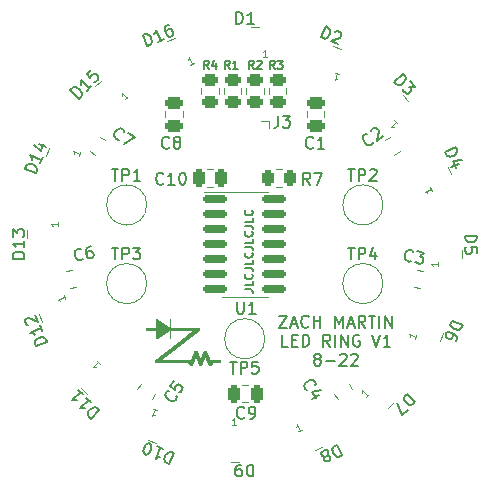
<source format=gto>
G04 #@! TF.GenerationSoftware,KiCad,Pcbnew,6.0.2+dfsg-1*
G04 #@! TF.CreationDate,2022-08-27T16:00:58-04:00*
G04 #@! TF.ProjectId,ornament,6f726e61-6d65-46e7-942e-6b696361645f,rev?*
G04 #@! TF.SameCoordinates,Original*
G04 #@! TF.FileFunction,Legend,Top*
G04 #@! TF.FilePolarity,Positive*
%FSLAX46Y46*%
G04 Gerber Fmt 4.6, Leading zero omitted, Abs format (unit mm)*
G04 Created by KiCad (PCBNEW 6.0.2+dfsg-1) date 2022-08-27 16:00:58*
%MOMM*%
%LPD*%
G01*
G04 APERTURE LIST*
G04 Aperture macros list*
%AMRoundRect*
0 Rectangle with rounded corners*
0 $1 Rounding radius*
0 $2 $3 $4 $5 $6 $7 $8 $9 X,Y pos of 4 corners*
0 Add a 4 corners polygon primitive as box body*
4,1,4,$2,$3,$4,$5,$6,$7,$8,$9,$2,$3,0*
0 Add four circle primitives for the rounded corners*
1,1,$1+$1,$2,$3*
1,1,$1+$1,$4,$5*
1,1,$1+$1,$6,$7*
1,1,$1+$1,$8,$9*
0 Add four rect primitives between the rounded corners*
20,1,$1+$1,$2,$3,$4,$5,0*
20,1,$1+$1,$4,$5,$6,$7,0*
20,1,$1+$1,$6,$7,$8,$9,0*
20,1,$1+$1,$8,$9,$2,$3,0*%
%AMRotRect*
0 Rectangle, with rotation*
0 The origin of the aperture is its center*
0 $1 length*
0 $2 width*
0 $3 Rotation angle, in degrees counterclockwise*
0 Add horizontal line*
21,1,$1,$2,0,0,$3*%
G04 Aperture macros list end*
%ADD10C,0.150000*%
%ADD11C,0.100000*%
%ADD12C,0.120000*%
%ADD13RoundRect,0.250000X-0.475000X0.250000X-0.475000X-0.250000X0.475000X-0.250000X0.475000X0.250000X0*%
%ADD14RoundRect,0.250000X-0.256467X0.471540X-0.533889X0.055563X0.256467X-0.471540X0.533889X-0.055563X0*%
%ADD15RoundRect,0.250000X0.152079X0.514778X-0.338228X0.416805X-0.152079X-0.514778X0.338228X-0.416805X0*%
%ADD16RoundRect,0.250000X0.471540X0.256467X0.055563X0.533889X-0.471540X-0.256467X-0.055563X-0.533889X0*%
%ADD17RoundRect,0.250000X-0.250000X-0.475000X0.250000X-0.475000X0.250000X0.475000X-0.250000X0.475000X0*%
%ADD18RotRect,1.000000X0.500000X247.500000*%
%ADD19RotRect,0.800000X0.500000X157.500000*%
%ADD20RotRect,0.800000X0.300000X157.500000*%
%ADD21RotRect,1.480000X0.500000X247.500000*%
%ADD22RotRect,0.800000X0.500000X135.000000*%
%ADD23RotRect,1.000000X0.500000X225.000000*%
%ADD24RotRect,0.800000X0.300000X135.000000*%
%ADD25RotRect,1.480000X0.500000X225.000000*%
%ADD26RotRect,0.800000X0.500000X112.500000*%
%ADD27RotRect,1.000000X0.500000X202.500000*%
%ADD28RotRect,0.800000X0.300000X112.500000*%
%ADD29RotRect,1.480000X0.500000X202.500000*%
%ADD30RotRect,0.800000X0.500000X22.500000*%
%ADD31RotRect,1.000000X0.500000X112.500000*%
%ADD32RotRect,0.800000X0.300000X22.500000*%
%ADD33RotRect,1.480000X0.500000X112.500000*%
%ADD34R,1.000000X0.500000*%
%ADD35R,0.500000X0.800000*%
%ADD36R,0.300000X0.800000*%
%ADD37R,1.480000X0.500000*%
%ADD38C,0.990600*%
%ADD39C,0.787400*%
%ADD40RoundRect,0.250000X-0.450000X0.262500X-0.450000X-0.262500X0.450000X-0.262500X0.450000X0.262500X0*%
%ADD41C,3.000000*%
%ADD42RoundRect,0.150000X-0.825000X-0.150000X0.825000X-0.150000X0.825000X0.150000X-0.825000X0.150000X0*%
%ADD43R,0.500000X1.000000*%
%ADD44R,0.800000X0.500000*%
%ADD45R,0.800000X0.300000*%
%ADD46R,0.500000X1.480000*%
%ADD47RotRect,1.000000X0.500000X45.000000*%
%ADD48RotRect,0.800000X0.500000X315.000000*%
%ADD49RotRect,0.800000X0.300000X315.000000*%
%ADD50RotRect,1.480000X0.500000X45.000000*%
%ADD51RotRect,0.800000X0.500000X45.000000*%
%ADD52RotRect,1.000000X0.500000X135.000000*%
%ADD53RotRect,0.800000X0.300000X45.000000*%
%ADD54RotRect,1.480000X0.500000X135.000000*%
%ADD55RotRect,0.800000X0.500000X337.500000*%
%ADD56RotRect,1.000000X0.500000X67.500000*%
%ADD57RotRect,0.800000X0.300000X337.500000*%
%ADD58RotRect,1.480000X0.500000X67.500000*%
%ADD59RotRect,0.800000X0.500000X67.500000*%
%ADD60RotRect,1.000000X0.500000X157.500000*%
%ADD61RotRect,0.800000X0.300000X67.500000*%
%ADD62RotRect,1.480000X0.500000X157.500000*%
%ADD63RotRect,1.000000X0.500000X22.500000*%
%ADD64RotRect,0.800000X0.500000X292.500000*%
%ADD65RotRect,0.800000X0.300000X292.500000*%
%ADD66RotRect,1.480000X0.500000X22.500000*%
%ADD67RotRect,1.000000X0.500000X292.500000*%
%ADD68RotRect,0.800000X0.500000X202.500000*%
%ADD69RotRect,0.800000X0.300000X202.500000*%
%ADD70RotRect,1.480000X0.500000X292.500000*%
%ADD71RotRect,1.000000X0.500000X315.000000*%
%ADD72RotRect,0.800000X0.500000X225.000000*%
%ADD73RotRect,0.800000X0.300000X225.000000*%
%ADD74RotRect,1.480000X0.500000X315.000000*%
%ADD75RotRect,0.800000X0.500000X247.500000*%
%ADD76RotRect,1.000000X0.500000X337.500000*%
%ADD77RotRect,0.800000X0.300000X247.500000*%
%ADD78RotRect,1.480000X0.500000X337.500000*%
%ADD79RoundRect,0.250000X-0.338228X-0.416805X0.152079X-0.514778X0.338228X0.416805X-0.152079X0.514778X0*%
%ADD80RoundRect,0.250000X-0.533889X-0.055563X-0.256467X-0.471540X0.533889X0.055563X0.256467X0.471540X0*%
%ADD81RoundRect,0.250000X0.262500X0.450000X-0.262500X0.450000X-0.262500X-0.450000X0.262500X-0.450000X0*%
%ADD82RoundRect,0.250000X0.055563X-0.533889X0.471540X-0.256467X-0.055563X0.533889X-0.471540X0.256467X0*%
%ADD83O,1.200000X1.900000*%
%ADD84C,1.450000*%
G04 APERTURE END LIST*
D10*
X149984666Y-103817333D02*
X150484666Y-103817333D01*
X150584666Y-103850666D01*
X150651333Y-103917333D01*
X150684666Y-104017333D01*
X150684666Y-104084000D01*
X150684666Y-103150666D02*
X150684666Y-103484000D01*
X149984666Y-103484000D01*
X150618000Y-102517333D02*
X150651333Y-102550666D01*
X150684666Y-102650666D01*
X150684666Y-102717333D01*
X150651333Y-102817333D01*
X150584666Y-102884000D01*
X150518000Y-102917333D01*
X150384666Y-102950666D01*
X150284666Y-102950666D01*
X150151333Y-102917333D01*
X150084666Y-102884000D01*
X150018000Y-102817333D01*
X149984666Y-102717333D01*
X149984666Y-102650666D01*
X150018000Y-102550666D01*
X150051333Y-102517333D01*
X149984666Y-102017333D02*
X150484666Y-102017333D01*
X150584666Y-102050666D01*
X150651333Y-102117333D01*
X150684666Y-102217333D01*
X150684666Y-102284000D01*
X150684666Y-101350666D02*
X150684666Y-101684000D01*
X149984666Y-101684000D01*
X150618000Y-100717333D02*
X150651333Y-100750666D01*
X150684666Y-100850666D01*
X150684666Y-100917333D01*
X150651333Y-101017333D01*
X150584666Y-101084000D01*
X150518000Y-101117333D01*
X150384666Y-101150666D01*
X150284666Y-101150666D01*
X150151333Y-101117333D01*
X150084666Y-101084000D01*
X150018000Y-101017333D01*
X149984666Y-100917333D01*
X149984666Y-100850666D01*
X150018000Y-100750666D01*
X150051333Y-100717333D01*
X149984666Y-100217333D02*
X150484666Y-100217333D01*
X150584666Y-100250666D01*
X150651333Y-100317333D01*
X150684666Y-100417333D01*
X150684666Y-100484000D01*
X150684666Y-99550666D02*
X150684666Y-99884000D01*
X149984666Y-99884000D01*
X150618000Y-98917333D02*
X150651333Y-98950666D01*
X150684666Y-99050666D01*
X150684666Y-99117333D01*
X150651333Y-99217333D01*
X150584666Y-99284000D01*
X150518000Y-99317333D01*
X150384666Y-99350666D01*
X150284666Y-99350666D01*
X150151333Y-99317333D01*
X150084666Y-99284000D01*
X150018000Y-99217333D01*
X149984666Y-99117333D01*
X149984666Y-99050666D01*
X150018000Y-98950666D01*
X150051333Y-98917333D01*
X149984666Y-98417333D02*
X150484666Y-98417333D01*
X150584666Y-98450666D01*
X150651333Y-98517333D01*
X150684666Y-98617333D01*
X150684666Y-98684000D01*
X150684666Y-97750666D02*
X150684666Y-98084000D01*
X149984666Y-98084000D01*
X150618000Y-97117333D02*
X150651333Y-97150666D01*
X150684666Y-97250666D01*
X150684666Y-97317333D01*
X150651333Y-97417333D01*
X150584666Y-97484000D01*
X150518000Y-97517333D01*
X150384666Y-97550666D01*
X150284666Y-97550666D01*
X150151333Y-97517333D01*
X150084666Y-97484000D01*
X150018000Y-97417333D01*
X149984666Y-97317333D01*
X149984666Y-97250666D01*
X150018000Y-97150666D01*
X150051333Y-97117333D01*
X152924476Y-106046380D02*
X153591142Y-106046380D01*
X152924476Y-107046380D01*
X153591142Y-107046380D01*
X153924476Y-106760666D02*
X154400666Y-106760666D01*
X153829238Y-107046380D02*
X154162571Y-106046380D01*
X154495904Y-107046380D01*
X155400666Y-106951142D02*
X155353047Y-106998761D01*
X155210190Y-107046380D01*
X155114952Y-107046380D01*
X154972095Y-106998761D01*
X154876857Y-106903523D01*
X154829238Y-106808285D01*
X154781619Y-106617809D01*
X154781619Y-106474952D01*
X154829238Y-106284476D01*
X154876857Y-106189238D01*
X154972095Y-106094000D01*
X155114952Y-106046380D01*
X155210190Y-106046380D01*
X155353047Y-106094000D01*
X155400666Y-106141619D01*
X155829238Y-107046380D02*
X155829238Y-106046380D01*
X155829238Y-106522571D02*
X156400666Y-106522571D01*
X156400666Y-107046380D02*
X156400666Y-106046380D01*
X157638761Y-107046380D02*
X157638761Y-106046380D01*
X157972095Y-106760666D01*
X158305428Y-106046380D01*
X158305428Y-107046380D01*
X158734000Y-106760666D02*
X159210190Y-106760666D01*
X158638761Y-107046380D02*
X158972095Y-106046380D01*
X159305428Y-107046380D01*
X160210190Y-107046380D02*
X159876857Y-106570190D01*
X159638761Y-107046380D02*
X159638761Y-106046380D01*
X160019714Y-106046380D01*
X160114952Y-106094000D01*
X160162571Y-106141619D01*
X160210190Y-106236857D01*
X160210190Y-106379714D01*
X160162571Y-106474952D01*
X160114952Y-106522571D01*
X160019714Y-106570190D01*
X159638761Y-106570190D01*
X160495904Y-106046380D02*
X161067333Y-106046380D01*
X160781619Y-107046380D02*
X160781619Y-106046380D01*
X161400666Y-107046380D02*
X161400666Y-106046380D01*
X161876857Y-107046380D02*
X161876857Y-106046380D01*
X162448285Y-107046380D01*
X162448285Y-106046380D01*
X153662571Y-108656380D02*
X153186380Y-108656380D01*
X153186380Y-107656380D01*
X153995904Y-108132571D02*
X154329238Y-108132571D01*
X154472095Y-108656380D02*
X153995904Y-108656380D01*
X153995904Y-107656380D01*
X154472095Y-107656380D01*
X154900666Y-108656380D02*
X154900666Y-107656380D01*
X155138761Y-107656380D01*
X155281619Y-107704000D01*
X155376857Y-107799238D01*
X155424476Y-107894476D01*
X155472095Y-108084952D01*
X155472095Y-108227809D01*
X155424476Y-108418285D01*
X155376857Y-108513523D01*
X155281619Y-108608761D01*
X155138761Y-108656380D01*
X154900666Y-108656380D01*
X157234000Y-108656380D02*
X156900666Y-108180190D01*
X156662571Y-108656380D02*
X156662571Y-107656380D01*
X157043523Y-107656380D01*
X157138761Y-107704000D01*
X157186380Y-107751619D01*
X157234000Y-107846857D01*
X157234000Y-107989714D01*
X157186380Y-108084952D01*
X157138761Y-108132571D01*
X157043523Y-108180190D01*
X156662571Y-108180190D01*
X157662571Y-108656380D02*
X157662571Y-107656380D01*
X158138761Y-108656380D02*
X158138761Y-107656380D01*
X158710190Y-108656380D01*
X158710190Y-107656380D01*
X159710190Y-107704000D02*
X159614952Y-107656380D01*
X159472095Y-107656380D01*
X159329238Y-107704000D01*
X159234000Y-107799238D01*
X159186380Y-107894476D01*
X159138761Y-108084952D01*
X159138761Y-108227809D01*
X159186380Y-108418285D01*
X159234000Y-108513523D01*
X159329238Y-108608761D01*
X159472095Y-108656380D01*
X159567333Y-108656380D01*
X159710190Y-108608761D01*
X159757809Y-108561142D01*
X159757809Y-108227809D01*
X159567333Y-108227809D01*
X160805428Y-107656380D02*
X161138761Y-108656380D01*
X161472095Y-107656380D01*
X162329238Y-108656380D02*
X161757809Y-108656380D01*
X162043523Y-108656380D02*
X162043523Y-107656380D01*
X161948285Y-107799238D01*
X161853047Y-107894476D01*
X161757809Y-107942095D01*
X156067333Y-109694952D02*
X155972095Y-109647333D01*
X155924476Y-109599714D01*
X155876857Y-109504476D01*
X155876857Y-109456857D01*
X155924476Y-109361619D01*
X155972095Y-109314000D01*
X156067333Y-109266380D01*
X156257809Y-109266380D01*
X156353047Y-109314000D01*
X156400666Y-109361619D01*
X156448285Y-109456857D01*
X156448285Y-109504476D01*
X156400666Y-109599714D01*
X156353047Y-109647333D01*
X156257809Y-109694952D01*
X156067333Y-109694952D01*
X155972095Y-109742571D01*
X155924476Y-109790190D01*
X155876857Y-109885428D01*
X155876857Y-110075904D01*
X155924476Y-110171142D01*
X155972095Y-110218761D01*
X156067333Y-110266380D01*
X156257809Y-110266380D01*
X156353047Y-110218761D01*
X156400666Y-110171142D01*
X156448285Y-110075904D01*
X156448285Y-109885428D01*
X156400666Y-109790190D01*
X156353047Y-109742571D01*
X156257809Y-109694952D01*
X156876857Y-109885428D02*
X157638761Y-109885428D01*
X158067333Y-109361619D02*
X158114952Y-109314000D01*
X158210190Y-109266380D01*
X158448285Y-109266380D01*
X158543523Y-109314000D01*
X158591142Y-109361619D01*
X158638761Y-109456857D01*
X158638761Y-109552095D01*
X158591142Y-109694952D01*
X158019714Y-110266380D01*
X158638761Y-110266380D01*
X159019714Y-109361619D02*
X159067333Y-109314000D01*
X159162571Y-109266380D01*
X159400666Y-109266380D01*
X159495904Y-109314000D01*
X159543523Y-109361619D01*
X159591142Y-109456857D01*
X159591142Y-109552095D01*
X159543523Y-109694952D01*
X158972095Y-110266380D01*
X159591142Y-110266380D01*
X155789333Y-91797142D02*
X155741714Y-91844761D01*
X155598857Y-91892380D01*
X155503619Y-91892380D01*
X155360761Y-91844761D01*
X155265523Y-91749523D01*
X155217904Y-91654285D01*
X155170285Y-91463809D01*
X155170285Y-91320952D01*
X155217904Y-91130476D01*
X155265523Y-91035238D01*
X155360761Y-90940000D01*
X155503619Y-90892380D01*
X155598857Y-90892380D01*
X155741714Y-90940000D01*
X155789333Y-90987619D01*
X156741714Y-91892380D02*
X156170285Y-91892380D01*
X156456000Y-91892380D02*
X156456000Y-90892380D01*
X156360761Y-91035238D01*
X156265523Y-91130476D01*
X156170285Y-91178095D01*
X144222652Y-112858817D02*
X144235848Y-112924855D01*
X144196201Y-113070127D01*
X144143359Y-113149361D01*
X144024478Y-113241790D01*
X143892402Y-113268182D01*
X143786747Y-113254956D01*
X143601859Y-113188888D01*
X143483008Y-113109625D01*
X143350962Y-112964323D01*
X143298149Y-112871864D01*
X143271758Y-112739788D01*
X143311405Y-112594516D01*
X143364247Y-112515283D01*
X143483127Y-112422853D01*
X143549165Y-112409657D01*
X143971934Y-111604095D02*
X143707722Y-112000263D01*
X144077469Y-112304092D01*
X144064274Y-112238054D01*
X144077499Y-112132399D01*
X144209605Y-111934315D01*
X144302064Y-111881502D01*
X144368102Y-111868306D01*
X144473757Y-111881532D01*
X144671841Y-112013638D01*
X144724654Y-112106097D01*
X144737850Y-112172135D01*
X144724624Y-112277790D01*
X144592518Y-112475874D01*
X144500059Y-112528687D01*
X144434021Y-112541882D01*
X136304544Y-101220877D02*
X136267179Y-101276903D01*
X136136422Y-101351592D01*
X136043030Y-101370253D01*
X135893612Y-101351550D01*
X135781558Y-101276819D01*
X135716201Y-101192758D01*
X135632182Y-101015305D01*
X135604190Y-100875217D01*
X135613562Y-100679103D01*
X135641597Y-100576380D01*
X135716327Y-100464327D01*
X135847084Y-100389639D01*
X135940476Y-100370977D01*
X136089895Y-100389681D01*
X136145921Y-100427046D01*
X136967787Y-100165700D02*
X136781003Y-100203023D01*
X136696942Y-100268381D01*
X136659577Y-100324407D01*
X136594177Y-100483157D01*
X136584804Y-100679271D01*
X136659450Y-101052839D01*
X136724808Y-101136900D01*
X136780835Y-101174265D01*
X136883557Y-101202299D01*
X137070341Y-101164976D01*
X137154402Y-101099619D01*
X137191767Y-101043592D01*
X137219802Y-100940869D01*
X137173148Y-100707390D01*
X137107790Y-100623329D01*
X137051764Y-100585964D01*
X136949041Y-100557929D01*
X136762257Y-100595252D01*
X136678196Y-100660610D01*
X136640831Y-100716636D01*
X136612797Y-100819359D01*
X139363182Y-91136652D02*
X139297144Y-91149848D01*
X139151872Y-91110201D01*
X139072638Y-91057359D01*
X138980209Y-90938478D01*
X138953817Y-90806402D01*
X138967043Y-90700747D01*
X139033111Y-90515859D01*
X139112374Y-90397008D01*
X139257676Y-90264962D01*
X139350135Y-90212149D01*
X139482211Y-90185758D01*
X139627483Y-90225405D01*
X139706716Y-90278247D01*
X139799146Y-90397127D01*
X139812342Y-90463165D01*
X140142502Y-90568880D02*
X140697138Y-90938776D01*
X139785742Y-91532940D01*
X143597333Y-91797142D02*
X143549714Y-91844761D01*
X143406857Y-91892380D01*
X143311619Y-91892380D01*
X143168761Y-91844761D01*
X143073523Y-91749523D01*
X143025904Y-91654285D01*
X142978285Y-91463809D01*
X142978285Y-91320952D01*
X143025904Y-91130476D01*
X143073523Y-91035238D01*
X143168761Y-90940000D01*
X143311619Y-90892380D01*
X143406857Y-90892380D01*
X143549714Y-90940000D01*
X143597333Y-90987619D01*
X144168761Y-91320952D02*
X144073523Y-91273333D01*
X144025904Y-91225714D01*
X143978285Y-91130476D01*
X143978285Y-91082857D01*
X144025904Y-90987619D01*
X144073523Y-90940000D01*
X144168761Y-90892380D01*
X144359238Y-90892380D01*
X144454476Y-90940000D01*
X144502095Y-90987619D01*
X144549714Y-91082857D01*
X144549714Y-91130476D01*
X144502095Y-91225714D01*
X144454476Y-91273333D01*
X144359238Y-91320952D01*
X144168761Y-91320952D01*
X144073523Y-91368571D01*
X144025904Y-91416190D01*
X143978285Y-91511428D01*
X143978285Y-91701904D01*
X144025904Y-91797142D01*
X144073523Y-91844761D01*
X144168761Y-91892380D01*
X144359238Y-91892380D01*
X144454476Y-91844761D01*
X144502095Y-91797142D01*
X144549714Y-91701904D01*
X144549714Y-91511428D01*
X144502095Y-91416190D01*
X144454476Y-91368571D01*
X144359238Y-91320952D01*
X143121142Y-94845142D02*
X143073523Y-94892761D01*
X142930666Y-94940380D01*
X142835428Y-94940380D01*
X142692571Y-94892761D01*
X142597333Y-94797523D01*
X142549714Y-94702285D01*
X142502095Y-94511809D01*
X142502095Y-94368952D01*
X142549714Y-94178476D01*
X142597333Y-94083238D01*
X142692571Y-93988000D01*
X142835428Y-93940380D01*
X142930666Y-93940380D01*
X143073523Y-93988000D01*
X143121142Y-94035619D01*
X144073523Y-94940380D02*
X143502095Y-94940380D01*
X143787809Y-94940380D02*
X143787809Y-93940380D01*
X143692571Y-94083238D01*
X143597333Y-94178476D01*
X143502095Y-94226095D01*
X144692571Y-93940380D02*
X144787809Y-93940380D01*
X144883047Y-93988000D01*
X144930666Y-94035619D01*
X144978285Y-94130857D01*
X145025904Y-94321333D01*
X145025904Y-94559428D01*
X144978285Y-94749904D01*
X144930666Y-94845142D01*
X144883047Y-94892761D01*
X144787809Y-94940380D01*
X144692571Y-94940380D01*
X144597333Y-94892761D01*
X144549714Y-94845142D01*
X144502095Y-94749904D01*
X144454476Y-94559428D01*
X144454476Y-94321333D01*
X144502095Y-94130857D01*
X144549714Y-94035619D01*
X144597333Y-93988000D01*
X144692571Y-93940380D01*
X156458050Y-82480150D02*
X156840733Y-81556271D01*
X157060704Y-81647386D01*
X157174464Y-81746049D01*
X157226007Y-81870484D01*
X157233555Y-81976695D01*
X157204657Y-82170895D01*
X157149988Y-82302878D01*
X157033102Y-82460632D01*
X156952661Y-82530398D01*
X156828227Y-82581940D01*
X156678021Y-82571265D01*
X156458050Y-82480150D01*
X157684172Y-82008720D02*
X157746390Y-81982948D01*
X157852601Y-81975400D01*
X158072573Y-82066515D01*
X158142338Y-82146956D01*
X158168109Y-82209173D01*
X158175658Y-82315384D01*
X158139211Y-82403373D01*
X158040548Y-82517133D01*
X157293941Y-82826388D01*
X157865866Y-83063287D01*
D11*
X157677289Y-85459730D02*
X157994048Y-85590936D01*
X157835669Y-85525333D02*
X157606059Y-86079661D01*
X157691653Y-86022339D01*
X157766314Y-85991413D01*
X157830041Y-85986884D01*
D10*
X162671016Y-86285159D02*
X163378122Y-85578052D01*
X163546481Y-85746411D01*
X163613825Y-85881098D01*
X163613825Y-86015785D01*
X163580153Y-86116800D01*
X163479138Y-86285159D01*
X163378122Y-86386174D01*
X163209764Y-86487190D01*
X163108748Y-86520861D01*
X162974061Y-86520861D01*
X162839374Y-86453518D01*
X162671016Y-86285159D01*
X164017886Y-86217815D02*
X164455619Y-86655548D01*
X163950542Y-86689220D01*
X164051558Y-86790235D01*
X164085229Y-86891251D01*
X164085229Y-86958594D01*
X164051558Y-87059609D01*
X163883199Y-87227968D01*
X163782184Y-87261640D01*
X163714840Y-87261640D01*
X163613825Y-87227968D01*
X163411794Y-87025938D01*
X163378122Y-86924922D01*
X163378122Y-86857579D01*
D11*
X162657210Y-89504515D02*
X162899647Y-89746952D01*
X162778428Y-89625734D02*
X162354164Y-90049998D01*
X162455180Y-90029795D01*
X162535992Y-90029795D01*
X162596601Y-90049998D01*
D10*
X166954935Y-92178127D02*
X167878815Y-91795444D01*
X167969930Y-92015415D01*
X167980605Y-92165621D01*
X167929062Y-92290055D01*
X167859297Y-92370496D01*
X167701543Y-92487382D01*
X167569560Y-92542051D01*
X167375360Y-92570949D01*
X167269148Y-92563401D01*
X167144714Y-92511858D01*
X167046050Y-92398098D01*
X166954935Y-92178127D01*
X168117545Y-93242833D02*
X167501626Y-93497955D01*
X168378384Y-92877077D02*
X167627355Y-92930451D01*
X167864255Y-93502377D01*
D11*
X165710186Y-95147141D02*
X165841392Y-95463900D01*
X165775789Y-95305520D02*
X165221461Y-95535130D01*
X165322518Y-95555122D01*
X165397179Y-95586048D01*
X165445443Y-95627907D01*
D10*
X157821872Y-116954935D02*
X158204555Y-117878815D01*
X157984584Y-117969930D01*
X157834378Y-117980605D01*
X157709944Y-117929062D01*
X157629503Y-117859297D01*
X157512617Y-117701543D01*
X157457948Y-117569560D01*
X157429050Y-117375360D01*
X157436598Y-117269148D01*
X157488141Y-117144714D01*
X157601901Y-117046050D01*
X157821872Y-116954935D01*
X156984686Y-117920219D02*
X157090897Y-117927767D01*
X157153115Y-117953538D01*
X157233555Y-118023304D01*
X157251778Y-118067298D01*
X157244230Y-118173510D01*
X157218459Y-118235727D01*
X157148693Y-118316167D01*
X156972716Y-118389059D01*
X156866504Y-118381511D01*
X156804287Y-118355740D01*
X156723847Y-118285974D01*
X156705624Y-118241980D01*
X156713172Y-118135769D01*
X156738943Y-118073551D01*
X156808709Y-117993111D01*
X156984686Y-117920219D01*
X157054451Y-117839779D01*
X157080223Y-117777561D01*
X157087771Y-117671350D01*
X157014879Y-117495373D01*
X156934438Y-117425607D01*
X156872221Y-117399836D01*
X156766010Y-117392288D01*
X156590033Y-117465180D01*
X156520267Y-117545620D01*
X156494496Y-117607837D01*
X156486948Y-117714049D01*
X156559840Y-117890026D01*
X156640280Y-117959791D01*
X156702497Y-117985563D01*
X156808709Y-117993111D01*
D11*
X154852858Y-115710186D02*
X154536099Y-115841392D01*
X154694479Y-115775789D02*
X154464869Y-115221461D01*
X154444877Y-115322518D01*
X154413951Y-115397179D01*
X154372092Y-115445443D01*
D10*
X131342380Y-101214285D02*
X130342380Y-101214285D01*
X130342380Y-100976190D01*
X130390000Y-100833333D01*
X130485238Y-100738095D01*
X130580476Y-100690476D01*
X130770952Y-100642857D01*
X130913809Y-100642857D01*
X131104285Y-100690476D01*
X131199523Y-100738095D01*
X131294761Y-100833333D01*
X131342380Y-100976190D01*
X131342380Y-101214285D01*
X131342380Y-99690476D02*
X131342380Y-100261904D01*
X131342380Y-99976190D02*
X130342380Y-99976190D01*
X130485238Y-100071428D01*
X130580476Y-100166666D01*
X130628095Y-100261904D01*
X130342380Y-99357142D02*
X130342380Y-98738095D01*
X130723333Y-99071428D01*
X130723333Y-98928571D01*
X130770952Y-98833333D01*
X130818571Y-98785714D01*
X130913809Y-98738095D01*
X131151904Y-98738095D01*
X131247142Y-98785714D01*
X131294761Y-98833333D01*
X131342380Y-98928571D01*
X131342380Y-99214285D01*
X131294761Y-99309523D01*
X131247142Y-99357142D01*
D11*
X134171428Y-98128571D02*
X134171428Y-98471428D01*
X134171428Y-98300000D02*
X133571428Y-98300000D01*
X133657142Y-98357142D01*
X133714285Y-98414285D01*
X133742857Y-98471428D01*
D10*
X152828666Y-89114380D02*
X152828666Y-89828666D01*
X152781047Y-89971523D01*
X152685809Y-90066761D01*
X152542952Y-90114380D01*
X152447714Y-90114380D01*
X153209619Y-89114380D02*
X153828666Y-89114380D01*
X153495333Y-89495333D01*
X153638190Y-89495333D01*
X153733428Y-89542952D01*
X153781047Y-89590571D01*
X153828666Y-89685809D01*
X153828666Y-89923904D01*
X153781047Y-90019142D01*
X153733428Y-90066761D01*
X153638190Y-90114380D01*
X153352476Y-90114380D01*
X153257238Y-90066761D01*
X153209619Y-90019142D01*
X150759333Y-85152666D02*
X150526000Y-84819333D01*
X150359333Y-85152666D02*
X150359333Y-84452666D01*
X150626000Y-84452666D01*
X150692666Y-84486000D01*
X150726000Y-84519333D01*
X150759333Y-84586000D01*
X150759333Y-84686000D01*
X150726000Y-84752666D01*
X150692666Y-84786000D01*
X150626000Y-84819333D01*
X150359333Y-84819333D01*
X151026000Y-84519333D02*
X151059333Y-84486000D01*
X151126000Y-84452666D01*
X151292666Y-84452666D01*
X151359333Y-84486000D01*
X151392666Y-84519333D01*
X151426000Y-84586000D01*
X151426000Y-84652666D01*
X151392666Y-84752666D01*
X150992666Y-85152666D01*
X151426000Y-85152666D01*
X152537333Y-85152666D02*
X152304000Y-84819333D01*
X152137333Y-85152666D02*
X152137333Y-84452666D01*
X152404000Y-84452666D01*
X152470666Y-84486000D01*
X152504000Y-84519333D01*
X152537333Y-84586000D01*
X152537333Y-84686000D01*
X152504000Y-84752666D01*
X152470666Y-84786000D01*
X152404000Y-84819333D01*
X152137333Y-84819333D01*
X152770666Y-84452666D02*
X153204000Y-84452666D01*
X152970666Y-84719333D01*
X153070666Y-84719333D01*
X153137333Y-84752666D01*
X153170666Y-84786000D01*
X153204000Y-84852666D01*
X153204000Y-85019333D01*
X153170666Y-85086000D01*
X153137333Y-85119333D01*
X153070666Y-85152666D01*
X152870666Y-85152666D01*
X152804000Y-85119333D01*
X152770666Y-85086000D01*
X158738095Y-93624380D02*
X159309523Y-93624380D01*
X159023809Y-94624380D02*
X159023809Y-93624380D01*
X159642857Y-94624380D02*
X159642857Y-93624380D01*
X160023809Y-93624380D01*
X160119047Y-93672000D01*
X160166666Y-93719619D01*
X160214285Y-93814857D01*
X160214285Y-93957714D01*
X160166666Y-94052952D01*
X160119047Y-94100571D01*
X160023809Y-94148190D01*
X159642857Y-94148190D01*
X160595238Y-93719619D02*
X160642857Y-93672000D01*
X160738095Y-93624380D01*
X160976190Y-93624380D01*
X161071428Y-93672000D01*
X161119047Y-93719619D01*
X161166666Y-93814857D01*
X161166666Y-93910095D01*
X161119047Y-94052952D01*
X160547619Y-94624380D01*
X161166666Y-94624380D01*
X148738095Y-109942380D02*
X149309523Y-109942380D01*
X149023809Y-110942380D02*
X149023809Y-109942380D01*
X149642857Y-110942380D02*
X149642857Y-109942380D01*
X150023809Y-109942380D01*
X150119047Y-109990000D01*
X150166666Y-110037619D01*
X150214285Y-110132857D01*
X150214285Y-110275714D01*
X150166666Y-110370952D01*
X150119047Y-110418571D01*
X150023809Y-110466190D01*
X149642857Y-110466190D01*
X151119047Y-109942380D02*
X150642857Y-109942380D01*
X150595238Y-110418571D01*
X150642857Y-110370952D01*
X150738095Y-110323333D01*
X150976190Y-110323333D01*
X151071428Y-110370952D01*
X151119047Y-110418571D01*
X151166666Y-110513809D01*
X151166666Y-110751904D01*
X151119047Y-110847142D01*
X151071428Y-110894761D01*
X150976190Y-110942380D01*
X150738095Y-110942380D01*
X150642857Y-110894761D01*
X150595238Y-110847142D01*
X138738095Y-100284380D02*
X139309523Y-100284380D01*
X139023809Y-101284380D02*
X139023809Y-100284380D01*
X139642857Y-101284380D02*
X139642857Y-100284380D01*
X140023809Y-100284380D01*
X140119047Y-100332000D01*
X140166666Y-100379619D01*
X140214285Y-100474857D01*
X140214285Y-100617714D01*
X140166666Y-100712952D01*
X140119047Y-100760571D01*
X140023809Y-100808190D01*
X139642857Y-100808190D01*
X140547619Y-100284380D02*
X141166666Y-100284380D01*
X140833333Y-100665333D01*
X140976190Y-100665333D01*
X141071428Y-100712952D01*
X141119047Y-100760571D01*
X141166666Y-100855809D01*
X141166666Y-101093904D01*
X141119047Y-101189142D01*
X141071428Y-101236761D01*
X140976190Y-101284380D01*
X140690476Y-101284380D01*
X140595238Y-101236761D01*
X140547619Y-101189142D01*
X138738095Y-93624380D02*
X139309523Y-93624380D01*
X139023809Y-94624380D02*
X139023809Y-93624380D01*
X139642857Y-94624380D02*
X139642857Y-93624380D01*
X140023809Y-93624380D01*
X140119047Y-93672000D01*
X140166666Y-93719619D01*
X140214285Y-93814857D01*
X140214285Y-93957714D01*
X140166666Y-94052952D01*
X140119047Y-94100571D01*
X140023809Y-94148190D01*
X139642857Y-94148190D01*
X141166666Y-94624380D02*
X140595238Y-94624380D01*
X140880952Y-94624380D02*
X140880952Y-93624380D01*
X140785714Y-93767238D01*
X140690476Y-93862476D01*
X140595238Y-93910095D01*
X158738095Y-100284380D02*
X159309523Y-100284380D01*
X159023809Y-101284380D02*
X159023809Y-100284380D01*
X159642857Y-101284380D02*
X159642857Y-100284380D01*
X160023809Y-100284380D01*
X160119047Y-100332000D01*
X160166666Y-100379619D01*
X160214285Y-100474857D01*
X160214285Y-100617714D01*
X160166666Y-100712952D01*
X160119047Y-100760571D01*
X160023809Y-100808190D01*
X159642857Y-100808190D01*
X161071428Y-100617714D02*
X161071428Y-101284380D01*
X160833333Y-100236761D02*
X160595238Y-100951047D01*
X161214285Y-100951047D01*
X149352095Y-104862380D02*
X149352095Y-105671904D01*
X149399714Y-105767142D01*
X149447333Y-105814761D01*
X149542571Y-105862380D01*
X149733047Y-105862380D01*
X149828285Y-105814761D01*
X149875904Y-105767142D01*
X149923523Y-105671904D01*
X149923523Y-104862380D01*
X150923523Y-105862380D02*
X150352095Y-105862380D01*
X150637809Y-105862380D02*
X150637809Y-104862380D01*
X150542571Y-105005238D01*
X150447333Y-105100476D01*
X150352095Y-105148095D01*
X149261904Y-81342380D02*
X149261904Y-80342380D01*
X149500000Y-80342380D01*
X149642857Y-80390000D01*
X149738095Y-80485238D01*
X149785714Y-80580476D01*
X149833333Y-80770952D01*
X149833333Y-80913809D01*
X149785714Y-81104285D01*
X149738095Y-81199523D01*
X149642857Y-81294761D01*
X149500000Y-81342380D01*
X149261904Y-81342380D01*
X150785714Y-81342380D02*
X150214285Y-81342380D01*
X150500000Y-81342380D02*
X150500000Y-80342380D01*
X150404761Y-80485238D01*
X150309523Y-80580476D01*
X150214285Y-80628095D01*
D11*
X151871428Y-84171428D02*
X151528571Y-84171428D01*
X151700000Y-84171428D02*
X151700000Y-83571428D01*
X151642857Y-83657142D01*
X151585714Y-83714285D01*
X151528571Y-83742857D01*
D10*
X137665701Y-114051558D02*
X136958594Y-114758664D01*
X136790235Y-114590306D01*
X136722892Y-114455619D01*
X136722892Y-114320932D01*
X136756564Y-114219916D01*
X136857579Y-114051558D01*
X136958594Y-113950542D01*
X137126953Y-113849527D01*
X137227968Y-113815855D01*
X137362655Y-113815855D01*
X137497342Y-113883199D01*
X137665701Y-114051558D01*
X136588205Y-112974061D02*
X136992266Y-113378122D01*
X136790235Y-113176092D02*
X136083128Y-113883199D01*
X136251487Y-113849527D01*
X136386174Y-113849527D01*
X136487190Y-113883199D01*
X135914770Y-112300626D02*
X136318831Y-112704687D01*
X136116800Y-112502657D02*
X135409693Y-113209764D01*
X135578052Y-113176092D01*
X135712739Y-113176092D01*
X135813754Y-113209764D01*
D11*
X137484210Y-109869189D02*
X137726647Y-110111626D01*
X137605428Y-109990408D02*
X137181164Y-110414672D01*
X137282180Y-110394469D01*
X137362992Y-110394469D01*
X137423601Y-110414672D01*
D10*
X163714840Y-112671016D02*
X164421947Y-113378122D01*
X164253588Y-113546481D01*
X164118901Y-113613825D01*
X163984214Y-113613825D01*
X163883199Y-113580153D01*
X163714840Y-113479138D01*
X163613825Y-113378122D01*
X163512810Y-113209764D01*
X163479138Y-113108748D01*
X163479138Y-112974061D01*
X163546481Y-112839374D01*
X163714840Y-112671016D01*
X163782184Y-114017886D02*
X163310779Y-114489290D01*
X162906718Y-113479138D01*
D11*
X160495484Y-112657210D02*
X160253047Y-112899647D01*
X160374265Y-112778428D02*
X159950001Y-112354164D01*
X159970204Y-112455180D01*
X159970204Y-112535992D01*
X159950001Y-112596601D01*
D10*
X143981892Y-117702079D02*
X143599208Y-118625959D01*
X143379237Y-118534843D01*
X143265477Y-118436180D01*
X143213935Y-118311746D01*
X143206387Y-118205534D01*
X143235285Y-118011334D01*
X143289954Y-117879351D01*
X143406840Y-117721597D01*
X143487280Y-117651832D01*
X143611715Y-117600289D01*
X143761921Y-117610964D01*
X143981892Y-117702079D01*
X142574075Y-117118942D02*
X143102007Y-117337619D01*
X142838041Y-117228280D02*
X142455358Y-118152160D01*
X142598015Y-118056623D01*
X142722450Y-118005081D01*
X142828661Y-117997533D01*
X141619467Y-117805923D02*
X141531478Y-117769477D01*
X141461713Y-117689036D01*
X141435941Y-117626819D01*
X141428393Y-117520607D01*
X141457291Y-117326407D01*
X141548406Y-117106436D01*
X141665292Y-116948682D01*
X141745733Y-116878917D01*
X141807950Y-116853145D01*
X141914162Y-116845597D01*
X142002150Y-116882043D01*
X142071916Y-116962483D01*
X142097687Y-117024701D01*
X142105235Y-117130912D01*
X142076337Y-117325112D01*
X141985222Y-117545084D01*
X141868336Y-117702838D01*
X141787895Y-117772603D01*
X141725678Y-117798374D01*
X141619467Y-117805923D01*
D11*
X142213693Y-113907528D02*
X142530452Y-114038734D01*
X142372073Y-113973131D02*
X142142463Y-114527459D01*
X142228057Y-114470137D01*
X142302718Y-114439211D01*
X142366445Y-114434682D01*
D10*
X167519849Y-106458050D02*
X168443728Y-106840733D01*
X168352613Y-107060704D01*
X168253950Y-107174464D01*
X168129515Y-107226007D01*
X168023304Y-107233555D01*
X167829104Y-107204657D01*
X167697121Y-107149988D01*
X167539367Y-107033102D01*
X167469601Y-106952661D01*
X167418059Y-106828227D01*
X167428734Y-106678021D01*
X167519849Y-106458050D01*
X167897038Y-108160561D02*
X167969930Y-107984584D01*
X167962382Y-107878372D01*
X167936610Y-107816155D01*
X167841074Y-107673498D01*
X167683320Y-107556611D01*
X167331365Y-107410827D01*
X167225154Y-107418375D01*
X167162937Y-107444147D01*
X167082496Y-107513912D01*
X167009604Y-107689889D01*
X167017152Y-107796101D01*
X167042924Y-107858318D01*
X167112689Y-107938758D01*
X167332661Y-108029873D01*
X167438872Y-108022325D01*
X167501089Y-107996554D01*
X167581530Y-107926788D01*
X167654422Y-107750811D01*
X167646874Y-107644600D01*
X167621102Y-107582382D01*
X167551337Y-107501942D01*
D11*
X164540269Y-107677289D02*
X164409063Y-107994048D01*
X164474666Y-107835669D02*
X163920338Y-107606059D01*
X163977660Y-107691653D01*
X164008586Y-107766314D01*
X164013115Y-107830041D01*
D10*
X168657619Y-99261904D02*
X169657619Y-99261904D01*
X169657619Y-99500000D01*
X169610000Y-99642857D01*
X169514761Y-99738095D01*
X169419523Y-99785714D01*
X169229047Y-99833333D01*
X169086190Y-99833333D01*
X168895714Y-99785714D01*
X168800476Y-99738095D01*
X168705238Y-99642857D01*
X168657619Y-99500000D01*
X168657619Y-99261904D01*
X169657619Y-100738095D02*
X169657619Y-100261904D01*
X169181428Y-100214285D01*
X169229047Y-100261904D01*
X169276666Y-100357142D01*
X169276666Y-100595238D01*
X169229047Y-100690476D01*
X169181428Y-100738095D01*
X169086190Y-100785714D01*
X168848095Y-100785714D01*
X168752857Y-100738095D01*
X168705238Y-100690476D01*
X168657619Y-100595238D01*
X168657619Y-100357142D01*
X168705238Y-100261904D01*
X168752857Y-100214285D01*
D11*
X166371428Y-101528571D02*
X166371428Y-101871428D01*
X166371428Y-101700000D02*
X165771428Y-101700000D01*
X165857142Y-101757142D01*
X165914285Y-101814285D01*
X165942857Y-101871428D01*
D10*
X146949333Y-85152666D02*
X146716000Y-84819333D01*
X146549333Y-85152666D02*
X146549333Y-84452666D01*
X146816000Y-84452666D01*
X146882666Y-84486000D01*
X146916000Y-84519333D01*
X146949333Y-84586000D01*
X146949333Y-84686000D01*
X146916000Y-84752666D01*
X146882666Y-84786000D01*
X146816000Y-84819333D01*
X146549333Y-84819333D01*
X147549333Y-84686000D02*
X147549333Y-85152666D01*
X147382666Y-84419333D02*
X147216000Y-84919333D01*
X147649333Y-84919333D01*
X148727333Y-85152666D02*
X148494000Y-84819333D01*
X148327333Y-85152666D02*
X148327333Y-84452666D01*
X148594000Y-84452666D01*
X148660666Y-84486000D01*
X148694000Y-84519333D01*
X148727333Y-84586000D01*
X148727333Y-84686000D01*
X148694000Y-84752666D01*
X148660666Y-84786000D01*
X148594000Y-84819333D01*
X148327333Y-84819333D01*
X149394000Y-85152666D02*
X148994000Y-85152666D01*
X149194000Y-85152666D02*
X149194000Y-84452666D01*
X149127333Y-84552666D01*
X149060666Y-84619333D01*
X148994000Y-84652666D01*
X133227294Y-108261815D02*
X132303414Y-108644498D01*
X132212299Y-108424527D01*
X132201625Y-108274321D01*
X132253167Y-108149886D01*
X132322933Y-108069446D01*
X132480687Y-107952560D01*
X132612669Y-107897891D01*
X132806869Y-107868993D01*
X132913081Y-107876541D01*
X133037516Y-107928083D01*
X133136179Y-108041843D01*
X133227294Y-108261815D01*
X132644157Y-106853998D02*
X132862834Y-107381929D01*
X132753495Y-107117964D02*
X131829616Y-107500647D01*
X131998045Y-107533967D01*
X132122479Y-107585509D01*
X132202920Y-107655275D01*
X131662482Y-106848281D02*
X131600265Y-106822510D01*
X131519825Y-106752745D01*
X131428710Y-106532773D01*
X131436258Y-106426562D01*
X131462029Y-106364344D01*
X131531794Y-106283904D01*
X131619783Y-106247458D01*
X131769989Y-106236783D01*
X132516596Y-106546038D01*
X132279697Y-105974113D01*
D11*
X134660142Y-104328357D02*
X134791348Y-104645116D01*
X134725745Y-104486736D02*
X134171417Y-104716346D01*
X134272474Y-104736338D01*
X134347135Y-104767264D01*
X134395399Y-104809123D01*
D10*
X141738184Y-83227294D02*
X141355501Y-82303414D01*
X141575472Y-82212299D01*
X141725678Y-82201625D01*
X141850113Y-82253167D01*
X141930553Y-82322933D01*
X142047439Y-82480687D01*
X142102108Y-82612669D01*
X142131006Y-82806869D01*
X142123458Y-82913081D01*
X142071916Y-83037516D01*
X141958156Y-83136179D01*
X141738184Y-83227294D01*
X143146001Y-82644157D02*
X142618070Y-82862834D01*
X142882035Y-82753495D02*
X142499352Y-81829616D01*
X142466032Y-81998045D01*
X142414490Y-82122479D01*
X142344724Y-82202920D01*
X143555214Y-81392263D02*
X143379237Y-81465156D01*
X143309472Y-81545596D01*
X143283700Y-81607813D01*
X143250381Y-81776242D01*
X143279279Y-81970442D01*
X143425063Y-82322396D01*
X143505503Y-82392162D01*
X143567721Y-82417933D01*
X143673932Y-82425481D01*
X143849909Y-82352589D01*
X143919675Y-82272149D01*
X143945446Y-82209931D01*
X143952994Y-82103720D01*
X143861879Y-81883749D01*
X143781439Y-81813983D01*
X143719221Y-81788212D01*
X143613010Y-81780664D01*
X143437033Y-81853556D01*
X143367267Y-81933996D01*
X143341496Y-81996213D01*
X143333948Y-82102425D01*
D11*
X145671642Y-84660142D02*
X145354883Y-84791348D01*
X145513263Y-84725745D02*
X145283653Y-84171417D01*
X145263661Y-84272474D01*
X145232735Y-84347135D01*
X145190876Y-84395399D01*
D10*
X150738095Y-118657619D02*
X150738095Y-119657619D01*
X150500000Y-119657619D01*
X150357142Y-119610000D01*
X150261904Y-119514761D01*
X150214285Y-119419523D01*
X150166666Y-119229047D01*
X150166666Y-119086190D01*
X150214285Y-118895714D01*
X150261904Y-118800476D01*
X150357142Y-118705238D01*
X150500000Y-118657619D01*
X150738095Y-118657619D01*
X149690476Y-118657619D02*
X149500000Y-118657619D01*
X149404761Y-118705238D01*
X149357142Y-118752857D01*
X149261904Y-118895714D01*
X149214285Y-119086190D01*
X149214285Y-119467142D01*
X149261904Y-119562380D01*
X149309523Y-119610000D01*
X149404761Y-119657619D01*
X149595238Y-119657619D01*
X149690476Y-119610000D01*
X149738095Y-119562380D01*
X149785714Y-119467142D01*
X149785714Y-119229047D01*
X149738095Y-119133809D01*
X149690476Y-119086190D01*
X149595238Y-119038571D01*
X149404761Y-119038571D01*
X149309523Y-119086190D01*
X149261904Y-119133809D01*
X149214285Y-119229047D01*
D11*
X149269428Y-115333428D02*
X148926571Y-115333428D01*
X149098000Y-115333428D02*
X149098000Y-114733428D01*
X149040857Y-114819142D01*
X148983714Y-114876285D01*
X148926571Y-114904857D01*
D10*
X135948441Y-87665701D02*
X135241335Y-86958594D01*
X135409693Y-86790235D01*
X135544380Y-86722892D01*
X135679067Y-86722892D01*
X135780083Y-86756564D01*
X135948441Y-86857579D01*
X136049457Y-86958594D01*
X136150472Y-87126953D01*
X136184144Y-87227968D01*
X136184144Y-87362655D01*
X136116800Y-87497342D01*
X135948441Y-87665701D01*
X137025938Y-86588205D02*
X136621877Y-86992266D01*
X136823907Y-86790235D02*
X136116800Y-86083128D01*
X136150472Y-86251487D01*
X136150472Y-86386174D01*
X136116800Y-86487190D01*
X136958594Y-85241335D02*
X136621877Y-85578052D01*
X136924922Y-85948441D01*
X136924922Y-85881098D01*
X136958594Y-85780083D01*
X137126953Y-85611724D01*
X137227968Y-85578052D01*
X137295312Y-85578052D01*
X137396327Y-85611724D01*
X137564686Y-85780083D01*
X137598357Y-85881098D01*
X137598357Y-85948441D01*
X137564686Y-86049457D01*
X137396327Y-86217815D01*
X137295312Y-86251487D01*
X137227968Y-86251487D01*
D11*
X140130810Y-87484210D02*
X139888373Y-87726647D01*
X140009591Y-87605428D02*
X139585327Y-87181164D01*
X139605530Y-87282180D01*
X139605530Y-87362992D01*
X139585327Y-87423601D01*
D10*
X132297920Y-93981892D02*
X131374040Y-93599208D01*
X131465156Y-93379237D01*
X131563819Y-93265477D01*
X131688253Y-93213935D01*
X131794465Y-93206387D01*
X131988665Y-93235285D01*
X132120648Y-93289954D01*
X132278402Y-93406840D01*
X132348167Y-93487280D01*
X132399710Y-93611715D01*
X132389035Y-93761921D01*
X132297920Y-93981892D01*
X132881057Y-92574075D02*
X132662380Y-93102007D01*
X132771719Y-92838041D02*
X131847839Y-92455358D01*
X131943376Y-92598015D01*
X131994918Y-92722450D01*
X132002466Y-92828661D01*
X132593151Y-91527056D02*
X133209071Y-91782179D01*
X132150082Y-91601244D02*
X132718881Y-92094560D01*
X132955780Y-91522635D01*
D11*
X136092471Y-92213693D02*
X135961265Y-92530452D01*
X136026868Y-92372073D02*
X135472540Y-92142463D01*
X135529862Y-92228057D01*
X135560788Y-92302718D01*
X135565317Y-92366445D01*
D10*
X164104583Y-101409561D02*
X164048556Y-101446926D01*
X163899138Y-101465630D01*
X163805746Y-101446969D01*
X163674989Y-101372280D01*
X163600258Y-101260227D01*
X163572224Y-101157504D01*
X163562851Y-100961390D01*
X163590843Y-100821302D01*
X163674862Y-100643849D01*
X163740220Y-100559788D01*
X163852273Y-100485058D01*
X164001692Y-100466354D01*
X164095084Y-100485015D01*
X164225841Y-100559704D01*
X164263206Y-100615730D01*
X164608739Y-100587654D02*
X165215786Y-100708954D01*
X164814269Y-101017206D01*
X164954356Y-101045198D01*
X165038417Y-101110556D01*
X165075783Y-101166583D01*
X165103817Y-101269305D01*
X165057163Y-101502785D01*
X164991806Y-101586846D01*
X164935779Y-101624211D01*
X164833056Y-101652246D01*
X164552881Y-101596261D01*
X164468820Y-101530903D01*
X164431455Y-101474877D01*
X155312399Y-112327499D02*
X155246361Y-112314304D01*
X155127481Y-112221874D01*
X155074638Y-112142640D01*
X155034992Y-111997369D01*
X155061383Y-111865293D01*
X155114196Y-111772833D01*
X155246242Y-111627532D01*
X155365092Y-111548268D01*
X155549981Y-111482201D01*
X155655636Y-111468975D01*
X155787712Y-111495366D01*
X155906592Y-111587796D01*
X155959435Y-111667030D01*
X155999081Y-111812301D01*
X155985886Y-111878339D01*
X156263382Y-112723549D02*
X155708746Y-113093445D01*
X156448211Y-112314095D02*
X155721853Y-112512328D01*
X156065328Y-113027348D01*
X155535333Y-94940380D02*
X155202000Y-94464190D01*
X154963904Y-94940380D02*
X154963904Y-93940380D01*
X155344857Y-93940380D01*
X155440095Y-93988000D01*
X155487714Y-94035619D01*
X155535333Y-94130857D01*
X155535333Y-94273714D01*
X155487714Y-94368952D01*
X155440095Y-94416571D01*
X155344857Y-94464190D01*
X154963904Y-94464190D01*
X155868666Y-93940380D02*
X156535333Y-93940380D01*
X156106761Y-94940380D01*
X149947333Y-114657142D02*
X149899714Y-114704761D01*
X149756857Y-114752380D01*
X149661619Y-114752380D01*
X149518761Y-114704761D01*
X149423523Y-114609523D01*
X149375904Y-114514285D01*
X149328285Y-114323809D01*
X149328285Y-114180952D01*
X149375904Y-113990476D01*
X149423523Y-113895238D01*
X149518761Y-113800000D01*
X149661619Y-113752380D01*
X149756857Y-113752380D01*
X149899714Y-113800000D01*
X149947333Y-113847619D01*
X150423523Y-114752380D02*
X150614000Y-114752380D01*
X150709238Y-114704761D01*
X150756857Y-114657142D01*
X150852095Y-114514285D01*
X150899714Y-114323809D01*
X150899714Y-113942857D01*
X150852095Y-113847619D01*
X150804476Y-113800000D01*
X150709238Y-113752380D01*
X150518761Y-113752380D01*
X150423523Y-113800000D01*
X150375904Y-113847619D01*
X150328285Y-113942857D01*
X150328285Y-114180952D01*
X150375904Y-114276190D01*
X150423523Y-114323809D01*
X150518761Y-114371428D01*
X150709238Y-114371428D01*
X150804476Y-114323809D01*
X150852095Y-114276190D01*
X150899714Y-114180952D01*
X160841500Y-91321600D02*
X160828305Y-91387638D01*
X160735875Y-91506518D01*
X160656641Y-91559361D01*
X160511370Y-91599007D01*
X160379294Y-91572616D01*
X160286834Y-91519803D01*
X160141533Y-91387757D01*
X160062269Y-91268907D01*
X159996202Y-91084018D01*
X159982976Y-90978363D01*
X160009367Y-90846287D01*
X160101797Y-90727407D01*
X160181031Y-90674564D01*
X160326302Y-90634918D01*
X160392340Y-90648113D01*
X160709275Y-90436744D02*
X160722471Y-90370706D01*
X160775284Y-90278247D01*
X160973368Y-90146141D01*
X161079023Y-90132916D01*
X161145061Y-90146111D01*
X161237520Y-90198924D01*
X161290362Y-90278158D01*
X161330009Y-90423429D01*
X161171661Y-91215886D01*
X161686680Y-90872411D01*
D12*
X155265000Y-88738748D02*
X155265000Y-89261252D01*
X156735000Y-88738748D02*
X156735000Y-89261252D01*
X142412006Y-112655228D02*
X142122098Y-113089927D01*
X141189034Y-111839607D02*
X140899126Y-112274306D01*
X135397840Y-102141572D02*
X134885465Y-102243955D01*
X135685881Y-103583075D02*
X135173506Y-103685458D01*
X137344772Y-92412006D02*
X136910073Y-92122098D01*
X138160393Y-91189034D02*
X137725694Y-90899126D01*
X144735000Y-88738748D02*
X144735000Y-89261252D01*
X143265000Y-88738748D02*
X143265000Y-89261252D01*
X146788748Y-93665000D02*
X147311252Y-93665000D01*
X146788748Y-95135000D02*
X147311252Y-95135000D01*
X158150030Y-83459837D02*
X157503315Y-83191958D01*
X163859293Y-87837764D02*
X163364318Y-87342789D01*
X167458603Y-94067281D02*
X167190725Y-93420565D01*
X155932719Y-117458603D02*
X156579435Y-117190725D01*
X131600000Y-98800000D02*
X131600000Y-99500000D01*
X151384000Y-89535000D02*
X152019000Y-89535000D01*
X152019000Y-89535000D02*
X152019000Y-90170000D01*
X151611000Y-86791436D02*
X151611000Y-87245564D01*
X150141000Y-86791436D02*
X150141000Y-87245564D01*
X153516000Y-86793336D02*
X153516000Y-87247464D01*
X152046000Y-86793336D02*
X152046000Y-87247464D01*
X161700000Y-96670000D02*
G75*
G03*
X161700000Y-96670000I-1700000J0D01*
G01*
X151700000Y-108000000D02*
G75*
G03*
X151700000Y-108000000I-1700000J0D01*
G01*
X141700000Y-103330000D02*
G75*
G03*
X141700000Y-103330000I-1700000J0D01*
G01*
X141700000Y-96670000D02*
G75*
G03*
X141700000Y-96670000I-1700000J0D01*
G01*
X161700000Y-103330000D02*
G75*
G03*
X161700000Y-103330000I-1700000J0D01*
G01*
X150000000Y-104435000D02*
X151950000Y-104435000D01*
X150000000Y-104435000D02*
X148050000Y-104435000D01*
X150000000Y-95565000D02*
X151950000Y-95565000D01*
X150000000Y-95565000D02*
X146550000Y-95565000D01*
X151200000Y-81600000D02*
X150500000Y-81600000D01*
X136140707Y-112162236D02*
X136635682Y-112657211D01*
X162162236Y-113859293D02*
X162657211Y-113364318D01*
X141849970Y-116540163D02*
X142496685Y-116808042D01*
X166540163Y-108150030D02*
X166808042Y-107503315D01*
X168400000Y-101200000D02*
X168400000Y-100500000D01*
X146331000Y-86791436D02*
X146331000Y-87245564D01*
X147801000Y-86791436D02*
X147801000Y-87245564D01*
X148236000Y-86791436D02*
X148236000Y-87245564D01*
X149706000Y-86791436D02*
X149706000Y-87245564D01*
X132541397Y-105932719D02*
X132809275Y-106579435D01*
X144067281Y-82541397D02*
X143420565Y-82809275D01*
X148800000Y-118400000D02*
X149500000Y-118400000D01*
X137837764Y-86140707D02*
X137342789Y-86635682D01*
X133459837Y-91849970D02*
X133191958Y-92496685D01*
X164597052Y-102167249D02*
X165109427Y-102269632D01*
X164309011Y-103608752D02*
X164821386Y-103711135D01*
X158789198Y-111854151D02*
X159079106Y-112288850D01*
X157566226Y-112669772D02*
X157856134Y-113104471D01*
X153139564Y-95135000D02*
X152685436Y-95135000D01*
X153139564Y-93665000D02*
X152685436Y-93665000D01*
X149791748Y-111914000D02*
X150314252Y-111914000D01*
X149791748Y-113384000D02*
X150314252Y-113384000D01*
X161854151Y-91210802D02*
X162288850Y-90920894D01*
X162669772Y-92433774D02*
X163104471Y-92143866D01*
G36*
X142594332Y-106358348D02*
G01*
X142606216Y-106358793D01*
X142613419Y-106359735D01*
X142616996Y-106361255D01*
X142617998Y-106363430D01*
X142618000Y-106363542D01*
X142621399Y-106368373D01*
X142627803Y-106369521D01*
X142635491Y-106371359D01*
X142637607Y-106377365D01*
X142639905Y-106383516D01*
X142647411Y-106385209D01*
X142655296Y-106387255D01*
X142657215Y-106391093D01*
X142660723Y-106395763D01*
X142668980Y-106396976D01*
X142677591Y-106398209D01*
X142680623Y-106402795D01*
X142680745Y-106404820D01*
X142683042Y-106410971D01*
X142690549Y-106412665D01*
X142698434Y-106414710D01*
X142700352Y-106418548D01*
X142703761Y-106423280D01*
X142710156Y-106424431D01*
X142717844Y-106426270D01*
X142719960Y-106432275D01*
X142721809Y-106438017D01*
X142728688Y-106440039D01*
X142731725Y-106440120D01*
X142741065Y-106441874D01*
X142743490Y-106446003D01*
X142746899Y-106450735D01*
X142753294Y-106451886D01*
X142760981Y-106453725D01*
X142763098Y-106459731D01*
X142765395Y-106465882D01*
X142772901Y-106467575D01*
X142780787Y-106469621D01*
X142782705Y-106473458D01*
X142786213Y-106478129D01*
X142794470Y-106479341D01*
X142803081Y-106480574D01*
X142806113Y-106485161D01*
X142806235Y-106487186D01*
X142808533Y-106493337D01*
X142816039Y-106495030D01*
X142823727Y-106496869D01*
X142825843Y-106502875D01*
X142828140Y-106509026D01*
X142835647Y-106510719D01*
X142843532Y-106512765D01*
X142845450Y-106516602D01*
X142848958Y-106521273D01*
X142857215Y-106522485D01*
X142865827Y-106523718D01*
X142868859Y-106528305D01*
X142868980Y-106530330D01*
X142871278Y-106536481D01*
X142878784Y-106538174D01*
X142886669Y-106540220D01*
X142888588Y-106544057D01*
X142891997Y-106548789D01*
X142898392Y-106549941D01*
X142906080Y-106551779D01*
X142908196Y-106557785D01*
X142910044Y-106563527D01*
X142916923Y-106565548D01*
X142919960Y-106565629D01*
X142929300Y-106567383D01*
X142931725Y-106571513D01*
X142935134Y-106576244D01*
X142941529Y-106577396D01*
X142949217Y-106579234D01*
X142951333Y-106585240D01*
X142953631Y-106591391D01*
X142961137Y-106593085D01*
X142969022Y-106595130D01*
X142970941Y-106598968D01*
X142974350Y-106603700D01*
X142980745Y-106604851D01*
X142988432Y-106606690D01*
X142990549Y-106612695D01*
X142992397Y-106618437D01*
X142999276Y-106620459D01*
X143002313Y-106620540D01*
X143011653Y-106622294D01*
X143014078Y-106626423D01*
X143017487Y-106631155D01*
X143023882Y-106632306D01*
X143031570Y-106634145D01*
X143033686Y-106640151D01*
X143035984Y-106646302D01*
X143043490Y-106647995D01*
X143051375Y-106650041D01*
X143053294Y-106653878D01*
X143056801Y-106658549D01*
X143065058Y-106659761D01*
X143073670Y-106660994D01*
X143076702Y-106665581D01*
X143076823Y-106667606D01*
X143079121Y-106673757D01*
X143086627Y-106675450D01*
X143094315Y-106677289D01*
X143096431Y-106683295D01*
X143098729Y-106689446D01*
X143106235Y-106691139D01*
X143114120Y-106693185D01*
X143116039Y-106697022D01*
X143119546Y-106701693D01*
X143127803Y-106702905D01*
X143136415Y-106704138D01*
X143139447Y-106708725D01*
X143139568Y-106710750D01*
X143141866Y-106716901D01*
X143149372Y-106718594D01*
X143157257Y-106720640D01*
X143159176Y-106724477D01*
X143162585Y-106729209D01*
X143168980Y-106730361D01*
X143176668Y-106732199D01*
X143178784Y-106738205D01*
X143180633Y-106743947D01*
X143187512Y-106745968D01*
X143190549Y-106746049D01*
X143199889Y-106747803D01*
X143202313Y-106751933D01*
X143205722Y-106756664D01*
X143212117Y-106757816D01*
X143219805Y-106759654D01*
X143221921Y-106765660D01*
X143224219Y-106771811D01*
X143231725Y-106773505D01*
X143239610Y-106775550D01*
X143241529Y-106779388D01*
X143245036Y-106784059D01*
X143253294Y-106785271D01*
X143261905Y-106786504D01*
X143264937Y-106791090D01*
X143265058Y-106793115D01*
X143267356Y-106799267D01*
X143274862Y-106800960D01*
X143282747Y-106803005D01*
X143284666Y-106806843D01*
X143288075Y-106811575D01*
X143294470Y-106812726D01*
X143302158Y-106814565D01*
X143304274Y-106820571D01*
X143306123Y-106826312D01*
X143313002Y-106828334D01*
X143316039Y-106828415D01*
X143324650Y-106829648D01*
X143327682Y-106834234D01*
X143327803Y-106836259D01*
X143330101Y-106842411D01*
X143337607Y-106844104D01*
X143345492Y-106846149D01*
X143347411Y-106849987D01*
X143350820Y-106854719D01*
X143357215Y-106855870D01*
X143364903Y-106857709D01*
X143367019Y-106863715D01*
X143369317Y-106869866D01*
X143376823Y-106871559D01*
X143384708Y-106873605D01*
X143386627Y-106877442D01*
X143390135Y-106882113D01*
X143398392Y-106883325D01*
X143407003Y-106884558D01*
X143410035Y-106889145D01*
X143410156Y-106891170D01*
X143412454Y-106897321D01*
X143419960Y-106899014D01*
X143427845Y-106901060D01*
X143429764Y-106904897D01*
X143433173Y-106909629D01*
X143439568Y-106910781D01*
X143447256Y-106912619D01*
X143449372Y-106918625D01*
X143451221Y-106924367D01*
X143458100Y-106926388D01*
X143461137Y-106926469D01*
X143470477Y-106928223D01*
X143472901Y-106932353D01*
X143476310Y-106937084D01*
X143482705Y-106938236D01*
X143490393Y-106940074D01*
X143492509Y-106946080D01*
X143494807Y-106952231D01*
X143502313Y-106953925D01*
X143510198Y-106955970D01*
X143512117Y-106959808D01*
X143515625Y-106964479D01*
X143523882Y-106965691D01*
X143532493Y-106966924D01*
X143535525Y-106971510D01*
X143535647Y-106973535D01*
X143537944Y-106979687D01*
X143545450Y-106981380D01*
X143553138Y-106983218D01*
X143555254Y-106989224D01*
X143557552Y-106995375D01*
X143565058Y-106997068D01*
X143572943Y-106999114D01*
X143574862Y-107002952D01*
X143578370Y-107007622D01*
X143586627Y-107008835D01*
X143595238Y-107010068D01*
X143598270Y-107014654D01*
X143598392Y-107016679D01*
X143600689Y-107022831D01*
X143608196Y-107024524D01*
X143616081Y-107026569D01*
X143618000Y-107030407D01*
X143621409Y-107035139D01*
X143627803Y-107036290D01*
X143635491Y-107038129D01*
X143637607Y-107044135D01*
X143639456Y-107049876D01*
X143646335Y-107051898D01*
X143649372Y-107051979D01*
X143661137Y-107051979D01*
X143661137Y-106361676D01*
X143790549Y-106361676D01*
X143790549Y-107067668D01*
X146202313Y-107067668D01*
X146202313Y-107338298D01*
X146190549Y-107338298D01*
X146182644Y-107339063D01*
X146179402Y-107342944D01*
X146178784Y-107352025D01*
X146178784Y-107365753D01*
X146139568Y-107365753D01*
X146139568Y-107397130D01*
X146096431Y-107397130D01*
X146096431Y-107428508D01*
X146053294Y-107428508D01*
X146053294Y-107463807D01*
X146014078Y-107463807D01*
X146014078Y-107495185D01*
X145970941Y-107495185D01*
X145970941Y-107526562D01*
X145927803Y-107526562D01*
X145927803Y-107561862D01*
X145884666Y-107561862D01*
X145884666Y-107593239D01*
X145845450Y-107593239D01*
X145845450Y-107624616D01*
X145802313Y-107624616D01*
X145802313Y-107659916D01*
X145759176Y-107659916D01*
X145759176Y-107691293D01*
X145719960Y-107691293D01*
X145719960Y-107722671D01*
X145676823Y-107722671D01*
X145676823Y-107757970D01*
X145633686Y-107757970D01*
X145633686Y-107789348D01*
X145594470Y-107789348D01*
X145594470Y-107820725D01*
X145551333Y-107820725D01*
X145551333Y-107856025D01*
X145508196Y-107856025D01*
X145508196Y-107887402D01*
X145468980Y-107887402D01*
X145468980Y-107918779D01*
X145425843Y-107918779D01*
X145425843Y-107950157D01*
X145382705Y-107950157D01*
X145382705Y-107985456D01*
X145339568Y-107985456D01*
X145339568Y-108016834D01*
X145300352Y-108016834D01*
X145300352Y-108048211D01*
X145257215Y-108048211D01*
X145257215Y-108083511D01*
X145214078Y-108083511D01*
X145214078Y-108114888D01*
X145174862Y-108114888D01*
X145174862Y-108146265D01*
X145131725Y-108146265D01*
X145131725Y-108181565D01*
X145088588Y-108181565D01*
X145088588Y-108212942D01*
X145049372Y-108212942D01*
X145049372Y-108244320D01*
X145006235Y-108244320D01*
X145006235Y-108279619D01*
X144963098Y-108279619D01*
X144963098Y-108310997D01*
X144923882Y-108310997D01*
X144923882Y-108342374D01*
X144880745Y-108342374D01*
X144880745Y-108377674D01*
X144837607Y-108377674D01*
X144837607Y-108409051D01*
X144794470Y-108409051D01*
X144794470Y-108440429D01*
X144755254Y-108440429D01*
X144755254Y-108475728D01*
X144712117Y-108475728D01*
X144712117Y-108507106D01*
X144668980Y-108507106D01*
X144668980Y-108538483D01*
X144629764Y-108538483D01*
X144629764Y-108569860D01*
X144586627Y-108569860D01*
X144586627Y-108605160D01*
X144543490Y-108605160D01*
X144543490Y-108636537D01*
X144504274Y-108636537D01*
X144504274Y-108667915D01*
X144461137Y-108667915D01*
X144461137Y-108703214D01*
X144418000Y-108703214D01*
X144418000Y-108734592D01*
X144374862Y-108734592D01*
X144374862Y-108765969D01*
X144335647Y-108765969D01*
X144335647Y-108801269D01*
X144292509Y-108801269D01*
X144292509Y-108832646D01*
X144249372Y-108832646D01*
X144249372Y-108864023D01*
X144210156Y-108864023D01*
X144210156Y-108899323D01*
X144167019Y-108899323D01*
X144167019Y-108930700D01*
X144123882Y-108930700D01*
X144123882Y-108962078D01*
X144084666Y-108962078D01*
X144084666Y-108997377D01*
X144041529Y-108997377D01*
X144041529Y-109028755D01*
X143998392Y-109028755D01*
X143998392Y-109060132D01*
X143959176Y-109060132D01*
X143959176Y-109095432D01*
X143916039Y-109095432D01*
X143916039Y-109126809D01*
X143872901Y-109126809D01*
X143872901Y-109158186D01*
X143829764Y-109158186D01*
X143829764Y-109193486D01*
X143790549Y-109193486D01*
X143790549Y-109224863D01*
X143747411Y-109224863D01*
X143747411Y-109256241D01*
X143704274Y-109256241D01*
X143704274Y-109287618D01*
X143665058Y-109287618D01*
X143665058Y-109322918D01*
X143621921Y-109322918D01*
X143621921Y-109354295D01*
X143578784Y-109354295D01*
X143578784Y-109385673D01*
X143539568Y-109385673D01*
X143539568Y-109420972D01*
X143496431Y-109420972D01*
X143496431Y-109452349D01*
X143453294Y-109452349D01*
X143453294Y-109483727D01*
X143414078Y-109483727D01*
X143414078Y-109519026D01*
X143370941Y-109519026D01*
X143370941Y-109550404D01*
X143327803Y-109550404D01*
X143327803Y-109581781D01*
X143284666Y-109581781D01*
X143284666Y-109617081D01*
X143245450Y-109617081D01*
X143245450Y-109648458D01*
X143202313Y-109648458D01*
X143202313Y-109679836D01*
X143159176Y-109679836D01*
X143159176Y-109715135D01*
X143119960Y-109715135D01*
X143119960Y-109746513D01*
X143076823Y-109746513D01*
X143076823Y-109777890D01*
X143033686Y-109777890D01*
X143033686Y-109813190D01*
X144231725Y-109813190D01*
X144347547Y-109813193D01*
X144455777Y-109813202D01*
X144556667Y-109813220D01*
X144650469Y-109813248D01*
X144737432Y-109813286D01*
X144817810Y-109813336D01*
X144891854Y-109813398D01*
X144959814Y-109813475D01*
X145021942Y-109813568D01*
X145078491Y-109813677D01*
X145129711Y-109813805D01*
X145175853Y-109813951D01*
X145217169Y-109814118D01*
X145253911Y-109814307D01*
X145286330Y-109814519D01*
X145314678Y-109814755D01*
X145339205Y-109815016D01*
X145360163Y-109815304D01*
X145377805Y-109815619D01*
X145392380Y-109815964D01*
X145404141Y-109816339D01*
X145413339Y-109816746D01*
X145420226Y-109817186D01*
X145425052Y-109817659D01*
X145428070Y-109818168D01*
X145429530Y-109818713D01*
X145429764Y-109819073D01*
X145433173Y-109823805D01*
X145439568Y-109824956D01*
X145444838Y-109824509D01*
X145447774Y-109821986D01*
X145449056Y-109815616D01*
X145449366Y-109803626D01*
X145449372Y-109799462D01*
X145449544Y-109785757D01*
X145450514Y-109778124D01*
X145452964Y-109774790D01*
X145457575Y-109773982D01*
X145459176Y-109773968D01*
X145464446Y-109773521D01*
X145467382Y-109770998D01*
X145468664Y-109764628D01*
X145468974Y-109752637D01*
X145468980Y-109748474D01*
X145469152Y-109734769D01*
X145470122Y-109727136D01*
X145472572Y-109723802D01*
X145477183Y-109722994D01*
X145478784Y-109722980D01*
X145484217Y-109722481D01*
X145487151Y-109719758D01*
X145488352Y-109712969D01*
X145488588Y-109700271D01*
X145488588Y-109699446D01*
X145488795Y-109686404D01*
X145489930Y-109679363D01*
X145492758Y-109676480D01*
X145498048Y-109675914D01*
X145498392Y-109675913D01*
X145503662Y-109675466D01*
X145506597Y-109672944D01*
X145507879Y-109666573D01*
X145508190Y-109654583D01*
X145508196Y-109650419D01*
X145508367Y-109636715D01*
X145509338Y-109629081D01*
X145511787Y-109625747D01*
X145516398Y-109624940D01*
X145518000Y-109624925D01*
X145523433Y-109624427D01*
X145526366Y-109621704D01*
X145527567Y-109614915D01*
X145527803Y-109602217D01*
X145527803Y-109601392D01*
X145528011Y-109588350D01*
X145529145Y-109581308D01*
X145531974Y-109578426D01*
X145537264Y-109577860D01*
X145537607Y-109577859D01*
X145542878Y-109577412D01*
X145545813Y-109574889D01*
X145547095Y-109568519D01*
X145547406Y-109556529D01*
X145547411Y-109552365D01*
X145547583Y-109538660D01*
X145548553Y-109531027D01*
X145551003Y-109527693D01*
X145555614Y-109526886D01*
X145557215Y-109526871D01*
X145562649Y-109526373D01*
X145565582Y-109523650D01*
X145566783Y-109516860D01*
X145567019Y-109504163D01*
X145567019Y-109503338D01*
X145567227Y-109490295D01*
X145568361Y-109483254D01*
X145571189Y-109480371D01*
X145576479Y-109479805D01*
X145576823Y-109479805D01*
X145582093Y-109479358D01*
X145585029Y-109476835D01*
X145586311Y-109470465D01*
X145586621Y-109458474D01*
X145586627Y-109454311D01*
X145586799Y-109440606D01*
X145587769Y-109432973D01*
X145590219Y-109429639D01*
X145594830Y-109428831D01*
X145596431Y-109428816D01*
X145601701Y-109428369D01*
X145604636Y-109425847D01*
X145605919Y-109419476D01*
X145606229Y-109407486D01*
X145606235Y-109403322D01*
X145606407Y-109389618D01*
X145607377Y-109381985D01*
X145609827Y-109378650D01*
X145614438Y-109377843D01*
X145616039Y-109377828D01*
X145621472Y-109377330D01*
X145624406Y-109374607D01*
X145625607Y-109367818D01*
X145625842Y-109355120D01*
X145625843Y-109354295D01*
X145626050Y-109341253D01*
X145627185Y-109334211D01*
X145630013Y-109331329D01*
X145635303Y-109330763D01*
X145635647Y-109330762D01*
X145640917Y-109330315D01*
X145643852Y-109327792D01*
X145645134Y-109321422D01*
X145645445Y-109309432D01*
X145645450Y-109305268D01*
X145645622Y-109291563D01*
X145646592Y-109283930D01*
X145649042Y-109280596D01*
X145653653Y-109279789D01*
X145655254Y-109279774D01*
X145660688Y-109279276D01*
X145663621Y-109276553D01*
X145664822Y-109269763D01*
X145665058Y-109257066D01*
X145665058Y-109256241D01*
X145665266Y-109243198D01*
X145666400Y-109236157D01*
X145669229Y-109233274D01*
X145674519Y-109232708D01*
X145674862Y-109232708D01*
X145680132Y-109232261D01*
X145683068Y-109229738D01*
X145684350Y-109223368D01*
X145684661Y-109211377D01*
X145684666Y-109207214D01*
X145684838Y-109193509D01*
X145685808Y-109185876D01*
X145688258Y-109182542D01*
X145692869Y-109181734D01*
X145694470Y-109181719D01*
X145699740Y-109181272D01*
X145702676Y-109178750D01*
X145703958Y-109172379D01*
X145704268Y-109160389D01*
X145704274Y-109156225D01*
X145704446Y-109142521D01*
X145705416Y-109134888D01*
X145707866Y-109131553D01*
X145712477Y-109130746D01*
X145714078Y-109130731D01*
X145719511Y-109130233D01*
X145722445Y-109127510D01*
X145723646Y-109120721D01*
X145723882Y-109108023D01*
X145723882Y-109107198D01*
X145724089Y-109094156D01*
X145725224Y-109087114D01*
X145728052Y-109084232D01*
X145733342Y-109083666D01*
X145733686Y-109083665D01*
X145738956Y-109083218D01*
X145741891Y-109080695D01*
X145743174Y-109074325D01*
X145743484Y-109062335D01*
X145743490Y-109058171D01*
X145743490Y-109032677D01*
X146014078Y-109032677D01*
X146014078Y-109052288D01*
X146014396Y-109063927D01*
X146016018Y-109069733D01*
X146019947Y-109071713D01*
X146023882Y-109071899D01*
X146029152Y-109072346D01*
X146032087Y-109074868D01*
X146033370Y-109081239D01*
X146033680Y-109093229D01*
X146033686Y-109097393D01*
X146033686Y-109122887D01*
X146057215Y-109122887D01*
X146057215Y-109146420D01*
X146057423Y-109159462D01*
X146058557Y-109166504D01*
X146061386Y-109169387D01*
X146066675Y-109169952D01*
X146067019Y-109169953D01*
X146072289Y-109170400D01*
X146075225Y-109172923D01*
X146076507Y-109179293D01*
X146076817Y-109191283D01*
X146076823Y-109195447D01*
X146076995Y-109209152D01*
X146077965Y-109216785D01*
X146080415Y-109220119D01*
X146085026Y-109220927D01*
X146086627Y-109220941D01*
X146091897Y-109221388D01*
X146094833Y-109223911D01*
X146096115Y-109230281D01*
X146096425Y-109242272D01*
X146096431Y-109246435D01*
X146096603Y-109260140D01*
X146097573Y-109267773D01*
X146100023Y-109271107D01*
X146104634Y-109271915D01*
X146106235Y-109271929D01*
X146111668Y-109272428D01*
X146114602Y-109275151D01*
X146115803Y-109281940D01*
X146116038Y-109294638D01*
X146116039Y-109295463D01*
X146116246Y-109308505D01*
X146117381Y-109315546D01*
X146120209Y-109318429D01*
X146125499Y-109318995D01*
X146125843Y-109318996D01*
X146131113Y-109319443D01*
X146134048Y-109321965D01*
X146135330Y-109328336D01*
X146135641Y-109340326D01*
X146135647Y-109344490D01*
X146135818Y-109358194D01*
X146136789Y-109365828D01*
X146139238Y-109369162D01*
X146143849Y-109369969D01*
X146145450Y-109369984D01*
X146150884Y-109370482D01*
X146153817Y-109373205D01*
X146155018Y-109379994D01*
X146155254Y-109392692D01*
X146155254Y-109393517D01*
X146155462Y-109406559D01*
X146156596Y-109413601D01*
X146159425Y-109416483D01*
X146164715Y-109417049D01*
X146165058Y-109417050D01*
X146170328Y-109417497D01*
X146173264Y-109420020D01*
X146174546Y-109426390D01*
X146174857Y-109438380D01*
X146174862Y-109442544D01*
X146175034Y-109456249D01*
X146176004Y-109463882D01*
X146178454Y-109467216D01*
X146183065Y-109468023D01*
X146184666Y-109468038D01*
X146190100Y-109468536D01*
X146193033Y-109471259D01*
X146194234Y-109478049D01*
X146194470Y-109490746D01*
X146194470Y-109491571D01*
X146194678Y-109504614D01*
X146195812Y-109511655D01*
X146198640Y-109514538D01*
X146203930Y-109515104D01*
X146204274Y-109515104D01*
X146209544Y-109515551D01*
X146212480Y-109518074D01*
X146213762Y-109524444D01*
X146214072Y-109536435D01*
X146214078Y-109540598D01*
X146214250Y-109554303D01*
X146215220Y-109561936D01*
X146217670Y-109565270D01*
X146222281Y-109566078D01*
X146223882Y-109566093D01*
X146229152Y-109566540D01*
X146232087Y-109569062D01*
X146233370Y-109575433D01*
X146233680Y-109587423D01*
X146233686Y-109591587D01*
X146233858Y-109605291D01*
X146234828Y-109612924D01*
X146237278Y-109616259D01*
X146241888Y-109617066D01*
X146243490Y-109617081D01*
X146248923Y-109617579D01*
X146251857Y-109620302D01*
X146253058Y-109627091D01*
X146253293Y-109639789D01*
X146253294Y-109640614D01*
X146253507Y-109653660D01*
X146254649Y-109660705D01*
X146257472Y-109663587D01*
X146262727Y-109664147D01*
X146262910Y-109664147D01*
X146268198Y-109664717D01*
X146271247Y-109667626D01*
X146272866Y-109674672D01*
X146273862Y-109687654D01*
X146273920Y-109688660D01*
X146275312Y-109713174D01*
X146276067Y-109688660D01*
X146276684Y-109675277D01*
X146278003Y-109667933D01*
X146280802Y-109664826D01*
X146285858Y-109664150D01*
X146286627Y-109664147D01*
X146291897Y-109663700D01*
X146294833Y-109661177D01*
X146296115Y-109654807D01*
X146296425Y-109642817D01*
X146296431Y-109638653D01*
X146296603Y-109624948D01*
X146297573Y-109617315D01*
X146300023Y-109613981D01*
X146304634Y-109613173D01*
X146306235Y-109613159D01*
X146311668Y-109612660D01*
X146314602Y-109609938D01*
X146315803Y-109603148D01*
X146316038Y-109590450D01*
X146316039Y-109589626D01*
X146316246Y-109576583D01*
X146317381Y-109569542D01*
X146320209Y-109566659D01*
X146325499Y-109566093D01*
X146325843Y-109566093D01*
X146331113Y-109565646D01*
X146334048Y-109563123D01*
X146335330Y-109556753D01*
X146335641Y-109544762D01*
X146335647Y-109540598D01*
X146335818Y-109526894D01*
X146336789Y-109519261D01*
X146339238Y-109515926D01*
X146343849Y-109515119D01*
X146345450Y-109515104D01*
X146350721Y-109514657D01*
X146353656Y-109512135D01*
X146354938Y-109505764D01*
X146355249Y-109493774D01*
X146355254Y-109489610D01*
X146355426Y-109475906D01*
X146356396Y-109468272D01*
X146358846Y-109464938D01*
X146363457Y-109464131D01*
X146365058Y-109464116D01*
X146370492Y-109463618D01*
X146373425Y-109460895D01*
X146374626Y-109454106D01*
X146374862Y-109441408D01*
X146374862Y-109417050D01*
X146398392Y-109417050D01*
X146398392Y-109391556D01*
X146398564Y-109377851D01*
X146399534Y-109370218D01*
X146401983Y-109366884D01*
X146406594Y-109366076D01*
X146408196Y-109366062D01*
X146413629Y-109365563D01*
X146416563Y-109362841D01*
X146417764Y-109356051D01*
X146417999Y-109343353D01*
X146418000Y-109342529D01*
X146418207Y-109329486D01*
X146419341Y-109322445D01*
X146422170Y-109319562D01*
X146427460Y-109318996D01*
X146427803Y-109318996D01*
X146433074Y-109318549D01*
X146436009Y-109316026D01*
X146437291Y-109309656D01*
X146437602Y-109297665D01*
X146437607Y-109293501D01*
X146437779Y-109279797D01*
X146438749Y-109272164D01*
X146441199Y-109268829D01*
X146445810Y-109268022D01*
X146447411Y-109268007D01*
X146452681Y-109267560D01*
X146455617Y-109265038D01*
X146456899Y-109258667D01*
X146457210Y-109246677D01*
X146457215Y-109242513D01*
X146457387Y-109228809D01*
X146458357Y-109221175D01*
X146460807Y-109217841D01*
X146465418Y-109217034D01*
X146467019Y-109217019D01*
X146472453Y-109216521D01*
X146475386Y-109213798D01*
X146476587Y-109207009D01*
X146476823Y-109194311D01*
X146476823Y-109193486D01*
X146477031Y-109180444D01*
X146478165Y-109173402D01*
X146480993Y-109170519D01*
X146486283Y-109169953D01*
X146486627Y-109169953D01*
X146491897Y-109169506D01*
X146494833Y-109166983D01*
X146496115Y-109160613D01*
X146496425Y-109148623D01*
X146496431Y-109144459D01*
X146496603Y-109130754D01*
X146497573Y-109123121D01*
X146500023Y-109119787D01*
X146504634Y-109118979D01*
X146506235Y-109118965D01*
X146511668Y-109118466D01*
X146514602Y-109115744D01*
X146515803Y-109108954D01*
X146516038Y-109096256D01*
X146516039Y-109095432D01*
X146516246Y-109082389D01*
X146517381Y-109075348D01*
X146520209Y-109072465D01*
X146525499Y-109071899D01*
X146525843Y-109071899D01*
X146531892Y-109071167D01*
X146534759Y-109067571D01*
X146535609Y-109059009D01*
X146535647Y-109054249D01*
X146535647Y-109036599D01*
X146806235Y-109036599D01*
X146806235Y-109060132D01*
X146806442Y-109073174D01*
X146807577Y-109080216D01*
X146810405Y-109083099D01*
X146815695Y-109083665D01*
X146816039Y-109083665D01*
X146821309Y-109084112D01*
X146824244Y-109086635D01*
X146825526Y-109093005D01*
X146825837Y-109104995D01*
X146825843Y-109109159D01*
X146826015Y-109122864D01*
X146826985Y-109130497D01*
X146829434Y-109133831D01*
X146834045Y-109134639D01*
X146835647Y-109134653D01*
X146840917Y-109135100D01*
X146843852Y-109137623D01*
X146845134Y-109143993D01*
X146845445Y-109155984D01*
X146845450Y-109160148D01*
X146845622Y-109173852D01*
X146846592Y-109181485D01*
X146849042Y-109184820D01*
X146853653Y-109185627D01*
X146855254Y-109185642D01*
X146860688Y-109186140D01*
X146863621Y-109188863D01*
X146864822Y-109195652D01*
X146865058Y-109208350D01*
X146865058Y-109209175D01*
X146865266Y-109222217D01*
X146866400Y-109229259D01*
X146869229Y-109232141D01*
X146874519Y-109232707D01*
X146874862Y-109232708D01*
X146880132Y-109233155D01*
X146883068Y-109235677D01*
X146884350Y-109242048D01*
X146884661Y-109254038D01*
X146884666Y-109258202D01*
X146884838Y-109271906D01*
X146885808Y-109279540D01*
X146888258Y-109282874D01*
X146892869Y-109283681D01*
X146894470Y-109283696D01*
X146899904Y-109284194D01*
X146902837Y-109286917D01*
X146904038Y-109293706D01*
X146904274Y-109306404D01*
X146904274Y-109307229D01*
X146904482Y-109320271D01*
X146905616Y-109327313D01*
X146908444Y-109330196D01*
X146913734Y-109330762D01*
X146914078Y-109330762D01*
X146919348Y-109331209D01*
X146922284Y-109333732D01*
X146923566Y-109340102D01*
X146923876Y-109352092D01*
X146923882Y-109356256D01*
X146924054Y-109369961D01*
X146925024Y-109377594D01*
X146927474Y-109380928D01*
X146932085Y-109381736D01*
X146933686Y-109381750D01*
X146939119Y-109382249D01*
X146942053Y-109384971D01*
X146943254Y-109391761D01*
X146943489Y-109404459D01*
X146943490Y-109405283D01*
X146943697Y-109418326D01*
X146944832Y-109425367D01*
X146947660Y-109428250D01*
X146952950Y-109428816D01*
X146953294Y-109428816D01*
X146958564Y-109429263D01*
X146961499Y-109431786D01*
X146962781Y-109438156D01*
X146963092Y-109450147D01*
X146963098Y-109454311D01*
X146963269Y-109468015D01*
X146964240Y-109475648D01*
X146966689Y-109478983D01*
X146971300Y-109479790D01*
X146972901Y-109479805D01*
X146978172Y-109480252D01*
X146981107Y-109482774D01*
X146982389Y-109489145D01*
X146982700Y-109501135D01*
X146982705Y-109505299D01*
X146982877Y-109519003D01*
X146983847Y-109526637D01*
X146986297Y-109529971D01*
X146990908Y-109530778D01*
X146992509Y-109530793D01*
X146997943Y-109531291D01*
X147000876Y-109534014D01*
X147002077Y-109540803D01*
X147002313Y-109553501D01*
X147002313Y-109554326D01*
X147002521Y-109567368D01*
X147003655Y-109574410D01*
X147006484Y-109577293D01*
X147011774Y-109577859D01*
X147012117Y-109577859D01*
X147017387Y-109578306D01*
X147020323Y-109580829D01*
X147021605Y-109587199D01*
X147021915Y-109599189D01*
X147021921Y-109603353D01*
X147022093Y-109617058D01*
X147023063Y-109624691D01*
X147025513Y-109628025D01*
X147030124Y-109628833D01*
X147031725Y-109628847D01*
X147037158Y-109629346D01*
X147040092Y-109632068D01*
X147041293Y-109638858D01*
X147041529Y-109651556D01*
X147041529Y-109652380D01*
X147041736Y-109665423D01*
X147042871Y-109672464D01*
X147045699Y-109675347D01*
X147050989Y-109675913D01*
X147051333Y-109675913D01*
X147056603Y-109676360D01*
X147059538Y-109678883D01*
X147060821Y-109685253D01*
X147061131Y-109697244D01*
X147061137Y-109701408D01*
X147061309Y-109715112D01*
X147062279Y-109722745D01*
X147064729Y-109726080D01*
X147069339Y-109726887D01*
X147070941Y-109726902D01*
X147076211Y-109727349D01*
X147079146Y-109729871D01*
X147080428Y-109736242D01*
X147080739Y-109748232D01*
X147080745Y-109752396D01*
X147080917Y-109766100D01*
X147081887Y-109773734D01*
X147084336Y-109777068D01*
X147088947Y-109777875D01*
X147090549Y-109777890D01*
X147096598Y-109778622D01*
X147099465Y-109782217D01*
X147100315Y-109790779D01*
X147100352Y-109795540D01*
X147100352Y-109813190D01*
X147978784Y-109813190D01*
X147978784Y-110083820D01*
X147355254Y-110083820D01*
X147355254Y-110119119D01*
X147316039Y-110119119D01*
X147316039Y-110158341D01*
X147280745Y-110158341D01*
X147280745Y-110193640D01*
X147241529Y-110193640D01*
X147241529Y-110232862D01*
X147206235Y-110232862D01*
X147206235Y-110268162D01*
X146935647Y-110268162D01*
X146935647Y-110256395D01*
X146934881Y-110248490D01*
X146931000Y-110245247D01*
X146921921Y-110244629D01*
X146908196Y-110244629D01*
X146908196Y-110219135D01*
X146908024Y-110205430D01*
X146907054Y-110197797D01*
X146904604Y-110194463D01*
X146899993Y-110193655D01*
X146898392Y-110193640D01*
X146892958Y-110193142D01*
X146890025Y-110190419D01*
X146888824Y-110183630D01*
X146888588Y-110170932D01*
X146888588Y-110170107D01*
X146888380Y-110157065D01*
X146887246Y-110150024D01*
X146884417Y-110147141D01*
X146879127Y-110146575D01*
X146878784Y-110146574D01*
X146873514Y-110146127D01*
X146870578Y-110143605D01*
X146869296Y-110137234D01*
X146868986Y-110125244D01*
X146868980Y-110121080D01*
X146868808Y-110107376D01*
X146867838Y-110099742D01*
X146865388Y-110096408D01*
X146860777Y-110095601D01*
X146859176Y-110095586D01*
X146853743Y-110095088D01*
X146850809Y-110092365D01*
X146849608Y-110085576D01*
X146849372Y-110072878D01*
X146849372Y-110072053D01*
X146849164Y-110059011D01*
X146848030Y-110051969D01*
X146845202Y-110049086D01*
X146839912Y-110048520D01*
X146839568Y-110048520D01*
X146834298Y-110048073D01*
X146831363Y-110045550D01*
X146830080Y-110039180D01*
X146829770Y-110027190D01*
X146829764Y-110023026D01*
X146829592Y-110009321D01*
X146828622Y-110001688D01*
X146826172Y-109998354D01*
X146821561Y-109997546D01*
X146819960Y-109997532D01*
X146814690Y-109997085D01*
X146811755Y-109994562D01*
X146810473Y-109988192D01*
X146810162Y-109976201D01*
X146810156Y-109972038D01*
X146809984Y-109958333D01*
X146809014Y-109950700D01*
X146806565Y-109947366D01*
X146801954Y-109946558D01*
X146800352Y-109946543D01*
X146794919Y-109946045D01*
X146791985Y-109943322D01*
X146790784Y-109936533D01*
X146790549Y-109923835D01*
X146790549Y-109923010D01*
X146790341Y-109909968D01*
X146789207Y-109902927D01*
X146786378Y-109900044D01*
X146781088Y-109899478D01*
X146780745Y-109899477D01*
X146775474Y-109899030D01*
X146772539Y-109896508D01*
X146771257Y-109890137D01*
X146770946Y-109878147D01*
X146770941Y-109873983D01*
X146770769Y-109860279D01*
X146769799Y-109852645D01*
X146767349Y-109849311D01*
X146762738Y-109848504D01*
X146761137Y-109848489D01*
X146755703Y-109847991D01*
X146752770Y-109845268D01*
X146751569Y-109838479D01*
X146751333Y-109825781D01*
X146751333Y-109824956D01*
X146751125Y-109811914D01*
X146749991Y-109804872D01*
X146747162Y-109801989D01*
X146741873Y-109801424D01*
X146741529Y-109801423D01*
X146736259Y-109800976D01*
X146733323Y-109798453D01*
X146732041Y-109792083D01*
X146731731Y-109780093D01*
X146731725Y-109775929D01*
X146731553Y-109762224D01*
X146730583Y-109754591D01*
X146728133Y-109751257D01*
X146723522Y-109750449D01*
X146721921Y-109750435D01*
X146716651Y-109749988D01*
X146713715Y-109747465D01*
X146712433Y-109741095D01*
X146712123Y-109729104D01*
X146712117Y-109724941D01*
X146711945Y-109711236D01*
X146710975Y-109703603D01*
X146708525Y-109700269D01*
X146703914Y-109699461D01*
X146702313Y-109699446D01*
X146696880Y-109698948D01*
X146693946Y-109696225D01*
X146692745Y-109689436D01*
X146692510Y-109676738D01*
X146692509Y-109675913D01*
X146692302Y-109662871D01*
X146691167Y-109655830D01*
X146688339Y-109652947D01*
X146683049Y-109652381D01*
X146682705Y-109652380D01*
X146677497Y-109651924D01*
X146674494Y-109649395D01*
X146673007Y-109643055D01*
X146672345Y-109631167D01*
X146672195Y-109625906D01*
X146671776Y-109613175D01*
X146671338Y-109607921D01*
X146670778Y-109609775D01*
X146670019Y-109618061D01*
X146668780Y-109629308D01*
X146666439Y-109634782D01*
X146661552Y-109636550D01*
X146657000Y-109636692D01*
X146645450Y-109636692D01*
X146645450Y-109662186D01*
X146645279Y-109675890D01*
X146644308Y-109683524D01*
X146641859Y-109686858D01*
X146637248Y-109687665D01*
X146635647Y-109687680D01*
X146630213Y-109688178D01*
X146627280Y-109690901D01*
X146626079Y-109697690D01*
X146625843Y-109710388D01*
X146625843Y-109711213D01*
X146625635Y-109724255D01*
X146624501Y-109731297D01*
X146621672Y-109734180D01*
X146616382Y-109734746D01*
X146616039Y-109734746D01*
X146610769Y-109735193D01*
X146607833Y-109737716D01*
X146606551Y-109744086D01*
X146606240Y-109756076D01*
X146606235Y-109760240D01*
X146606063Y-109773945D01*
X146605093Y-109781578D01*
X146602643Y-109784912D01*
X146598032Y-109785720D01*
X146596431Y-109785734D01*
X146591161Y-109786181D01*
X146588225Y-109788704D01*
X146586943Y-109795074D01*
X146586633Y-109807065D01*
X146586627Y-109811228D01*
X146586455Y-109824933D01*
X146585485Y-109832566D01*
X146583035Y-109835900D01*
X146578424Y-109836708D01*
X146576823Y-109836723D01*
X146571390Y-109837221D01*
X146568456Y-109839944D01*
X146567255Y-109846733D01*
X146567019Y-109859431D01*
X146567019Y-109860256D01*
X146566812Y-109873298D01*
X146565677Y-109880339D01*
X146562849Y-109883222D01*
X146557559Y-109883788D01*
X146557215Y-109883789D01*
X146551945Y-109884236D01*
X146549010Y-109886758D01*
X146547727Y-109893129D01*
X146547417Y-109905119D01*
X146547411Y-109909283D01*
X146547239Y-109922987D01*
X146546269Y-109930621D01*
X146543820Y-109933955D01*
X146539209Y-109934762D01*
X146537607Y-109934777D01*
X146532174Y-109935275D01*
X146529240Y-109937998D01*
X146528039Y-109944787D01*
X146527804Y-109957485D01*
X146527803Y-109958310D01*
X146527596Y-109971352D01*
X146526462Y-109978394D01*
X146523633Y-109981277D01*
X146518343Y-109981842D01*
X146518000Y-109981843D01*
X146512729Y-109982290D01*
X146509794Y-109984813D01*
X146508512Y-109991183D01*
X146508201Y-110003173D01*
X146508196Y-110007337D01*
X146508024Y-110021042D01*
X146507054Y-110028675D01*
X146504604Y-110032009D01*
X146499993Y-110032817D01*
X146498392Y-110032831D01*
X146492958Y-110033330D01*
X146490025Y-110036052D01*
X146488824Y-110042842D01*
X146488588Y-110055539D01*
X146488588Y-110056364D01*
X146488380Y-110069407D01*
X146487246Y-110076448D01*
X146484417Y-110079331D01*
X146479127Y-110079897D01*
X146478784Y-110079897D01*
X146473514Y-110080344D01*
X146470578Y-110082867D01*
X146469296Y-110089237D01*
X146468986Y-110101228D01*
X146468980Y-110105391D01*
X146468808Y-110119096D01*
X146467838Y-110126729D01*
X146465388Y-110130064D01*
X146460777Y-110130871D01*
X146459176Y-110130886D01*
X146453906Y-110131333D01*
X146450970Y-110133855D01*
X146449688Y-110140226D01*
X146449378Y-110152216D01*
X146449372Y-110156380D01*
X146449200Y-110170084D01*
X146448230Y-110177718D01*
X146445780Y-110181052D01*
X146441169Y-110181859D01*
X146439568Y-110181874D01*
X146434135Y-110182372D01*
X146431201Y-110185095D01*
X146430000Y-110191884D01*
X146429764Y-110204582D01*
X146429764Y-110205407D01*
X146429557Y-110218449D01*
X146428422Y-110225491D01*
X146425594Y-110228374D01*
X146420304Y-110228939D01*
X146419960Y-110228940D01*
X146414690Y-110229387D01*
X146411755Y-110231910D01*
X146410473Y-110238280D01*
X146410162Y-110250270D01*
X146410156Y-110254434D01*
X146410156Y-110279928D01*
X146139568Y-110279928D01*
X146139568Y-110256395D01*
X146139361Y-110243353D01*
X146138226Y-110236311D01*
X146135398Y-110233429D01*
X146130108Y-110232863D01*
X146129764Y-110232862D01*
X146124494Y-110232415D01*
X146121559Y-110229893D01*
X146120276Y-110223522D01*
X146119966Y-110211532D01*
X146119960Y-110207368D01*
X146119788Y-110193663D01*
X146118818Y-110186030D01*
X146116369Y-110182696D01*
X146111758Y-110181889D01*
X146110156Y-110181874D01*
X146104723Y-110181376D01*
X146101789Y-110178653D01*
X146100588Y-110171863D01*
X146100353Y-110159166D01*
X146100352Y-110158341D01*
X146100145Y-110145299D01*
X146099011Y-110138257D01*
X146096182Y-110135374D01*
X146090892Y-110134808D01*
X146090549Y-110134808D01*
X146085278Y-110134361D01*
X146082343Y-110131838D01*
X146081061Y-110125468D01*
X146080750Y-110113477D01*
X146080745Y-110109314D01*
X146080573Y-110095609D01*
X146079603Y-110087976D01*
X146077153Y-110084642D01*
X146072542Y-110083834D01*
X146070941Y-110083820D01*
X146065671Y-110083373D01*
X146062735Y-110080850D01*
X146061453Y-110074480D01*
X146061142Y-110062489D01*
X146061137Y-110058325D01*
X146060965Y-110044621D01*
X146059995Y-110036988D01*
X146057545Y-110033653D01*
X146052934Y-110032846D01*
X146051333Y-110032831D01*
X146045899Y-110032333D01*
X146042966Y-110029610D01*
X146041765Y-110022821D01*
X146041529Y-110010123D01*
X146041529Y-110009298D01*
X146041321Y-109996256D01*
X146040187Y-109989214D01*
X146037359Y-109986332D01*
X146032069Y-109985766D01*
X146031725Y-109985765D01*
X146026455Y-109985318D01*
X146023519Y-109982796D01*
X146022237Y-109976425D01*
X146021927Y-109964435D01*
X146021921Y-109960271D01*
X146021749Y-109946567D01*
X146020779Y-109938933D01*
X146018329Y-109935599D01*
X146013718Y-109934792D01*
X146012117Y-109934777D01*
X146006684Y-109934279D01*
X146003750Y-109931556D01*
X146002549Y-109924767D01*
X146002313Y-109912069D01*
X146002313Y-109911244D01*
X146002106Y-109898202D01*
X146000971Y-109891160D01*
X145998143Y-109888277D01*
X145992853Y-109887711D01*
X145992509Y-109887711D01*
X145987239Y-109887264D01*
X145984304Y-109884741D01*
X145983022Y-109878371D01*
X145982711Y-109866381D01*
X145982705Y-109862217D01*
X145982533Y-109848512D01*
X145981563Y-109840879D01*
X145979114Y-109837545D01*
X145974503Y-109836737D01*
X145972901Y-109836723D01*
X145967631Y-109836276D01*
X145964696Y-109833753D01*
X145963414Y-109827383D01*
X145963103Y-109815392D01*
X145963098Y-109811228D01*
X145962926Y-109797524D01*
X145961956Y-109789891D01*
X145959506Y-109786556D01*
X145954895Y-109785749D01*
X145953294Y-109785734D01*
X145947860Y-109785236D01*
X145944927Y-109782513D01*
X145943726Y-109775724D01*
X145943490Y-109763026D01*
X145943490Y-109762201D01*
X145943282Y-109749159D01*
X145942148Y-109742117D01*
X145939319Y-109739235D01*
X145934029Y-109738669D01*
X145933686Y-109738668D01*
X145928416Y-109738221D01*
X145925480Y-109735699D01*
X145924198Y-109729328D01*
X145923888Y-109717338D01*
X145923882Y-109713174D01*
X145923710Y-109699470D01*
X145922740Y-109691836D01*
X145920290Y-109688502D01*
X145915679Y-109687695D01*
X145914078Y-109687680D01*
X145908644Y-109687182D01*
X145905711Y-109684459D01*
X145904510Y-109677670D01*
X145904274Y-109664972D01*
X145904274Y-109664147D01*
X145904066Y-109651105D01*
X145902932Y-109644063D01*
X145900104Y-109641180D01*
X145894814Y-109640614D01*
X145894470Y-109640614D01*
X145888652Y-109639978D01*
X145885749Y-109636733D01*
X145884759Y-109628873D01*
X145884666Y-109621003D01*
X145883961Y-109609816D01*
X145882157Y-109602716D01*
X145880745Y-109601392D01*
X145878656Y-109604965D01*
X145877240Y-109614297D01*
X145876823Y-109624925D01*
X145876615Y-109637967D01*
X145875481Y-109645009D01*
X145872653Y-109647892D01*
X145867363Y-109648458D01*
X145867019Y-109648458D01*
X145861749Y-109648905D01*
X145858814Y-109651428D01*
X145857531Y-109657798D01*
X145857221Y-109669789D01*
X145857215Y-109673952D01*
X145857043Y-109687657D01*
X145856073Y-109695290D01*
X145853623Y-109698624D01*
X145849012Y-109699432D01*
X145847411Y-109699446D01*
X145842141Y-109699894D01*
X145839206Y-109702416D01*
X145837923Y-109708786D01*
X145837613Y-109720777D01*
X145837607Y-109724941D01*
X145837435Y-109738645D01*
X145836465Y-109746278D01*
X145834016Y-109749613D01*
X145829405Y-109750420D01*
X145827803Y-109750435D01*
X145822370Y-109750933D01*
X145819436Y-109753656D01*
X145818235Y-109760445D01*
X145818000Y-109773143D01*
X145818000Y-109773968D01*
X145817792Y-109787010D01*
X145816658Y-109794052D01*
X145813829Y-109796934D01*
X145808539Y-109797500D01*
X145808196Y-109797501D01*
X145802925Y-109797948D01*
X145799990Y-109800470D01*
X145798708Y-109806841D01*
X145798397Y-109818831D01*
X145798392Y-109822995D01*
X145798220Y-109836699D01*
X145797250Y-109844333D01*
X145794800Y-109847667D01*
X145790189Y-109848474D01*
X145788588Y-109848489D01*
X145783154Y-109848987D01*
X145780221Y-109851710D01*
X145779020Y-109858500D01*
X145778784Y-109871197D01*
X145778784Y-109872022D01*
X145778576Y-109885064D01*
X145777442Y-109892106D01*
X145774613Y-109894989D01*
X145769324Y-109895555D01*
X145768980Y-109895555D01*
X145763710Y-109896002D01*
X145760774Y-109898525D01*
X145759492Y-109904895D01*
X145759182Y-109916886D01*
X145759176Y-109921049D01*
X145759004Y-109934754D01*
X145758034Y-109942387D01*
X145755584Y-109945721D01*
X145750973Y-109946529D01*
X145749372Y-109946543D01*
X145743939Y-109947042D01*
X145741005Y-109949765D01*
X145739804Y-109956554D01*
X145739568Y-109969252D01*
X145739568Y-109970076D01*
X145739361Y-109983119D01*
X145738226Y-109990160D01*
X145735398Y-109993043D01*
X145730108Y-109993609D01*
X145729764Y-109993610D01*
X145724494Y-109994057D01*
X145721559Y-109996579D01*
X145720276Y-110002950D01*
X145719966Y-110014940D01*
X145719960Y-110019104D01*
X145719788Y-110032808D01*
X145718818Y-110040441D01*
X145716369Y-110043776D01*
X145711758Y-110044583D01*
X145710156Y-110044598D01*
X145704886Y-110045045D01*
X145701951Y-110047567D01*
X145700669Y-110053938D01*
X145700358Y-110065928D01*
X145700352Y-110070092D01*
X145700181Y-110083796D01*
X145699210Y-110091430D01*
X145696761Y-110094764D01*
X145692150Y-110095571D01*
X145690549Y-110095586D01*
X145685115Y-110096084D01*
X145682182Y-110098807D01*
X145680981Y-110105596D01*
X145680745Y-110118294D01*
X145680745Y-110119119D01*
X145680537Y-110132161D01*
X145679403Y-110139203D01*
X145676574Y-110142086D01*
X145671284Y-110142652D01*
X145670941Y-110142652D01*
X145665671Y-110143099D01*
X145662735Y-110145622D01*
X145661453Y-110151992D01*
X145661142Y-110163982D01*
X145661137Y-110168146D01*
X145660965Y-110181851D01*
X145659995Y-110189484D01*
X145657545Y-110192818D01*
X145652934Y-110193626D01*
X145651333Y-110193640D01*
X145645899Y-110194139D01*
X145642966Y-110196862D01*
X145641765Y-110203651D01*
X145641529Y-110216349D01*
X145641529Y-110240707D01*
X145629764Y-110240707D01*
X145622221Y-110241326D01*
X145618867Y-110244683D01*
X145618018Y-110253026D01*
X145618000Y-110256395D01*
X145618000Y-110272084D01*
X145347411Y-110272084D01*
X145347411Y-110232862D01*
X145308196Y-110232862D01*
X145308196Y-110197563D01*
X145272901Y-110197563D01*
X145272901Y-110158341D01*
X145233686Y-110158341D01*
X145233686Y-110119119D01*
X145194470Y-110119119D01*
X145194470Y-110083820D01*
X143821921Y-110083820D01*
X143697686Y-110083817D01*
X143581059Y-110083808D01*
X143471805Y-110083793D01*
X143369690Y-110083770D01*
X143274478Y-110083737D01*
X143185934Y-110083695D01*
X143103823Y-110083642D01*
X143027912Y-110083577D01*
X142957963Y-110083498D01*
X142893743Y-110083406D01*
X142835017Y-110083299D01*
X142781550Y-110083176D01*
X142733106Y-110083036D01*
X142689451Y-110082878D01*
X142650349Y-110082701D01*
X142615567Y-110082504D01*
X142584868Y-110082286D01*
X142558019Y-110082045D01*
X142534783Y-110081782D01*
X142514926Y-110081495D01*
X142498214Y-110081183D01*
X142484411Y-110080844D01*
X142473281Y-110080479D01*
X142464591Y-110080085D01*
X142458106Y-110079663D01*
X142453589Y-110079210D01*
X142450807Y-110078726D01*
X142449525Y-110078211D01*
X142449372Y-110077936D01*
X142445963Y-110073205D01*
X142439568Y-110072053D01*
X142429764Y-110072053D01*
X142429764Y-109801423D01*
X142468980Y-109801423D01*
X142468980Y-109770046D01*
X142512117Y-109770046D01*
X142512117Y-109734746D01*
X142555254Y-109734746D01*
X142555254Y-109703369D01*
X142594470Y-109703369D01*
X142594470Y-109671991D01*
X142637607Y-109671991D01*
X142637607Y-109640614D01*
X142680745Y-109640614D01*
X142680745Y-109605314D01*
X142723882Y-109605314D01*
X142723882Y-109573937D01*
X142763098Y-109573937D01*
X142763098Y-109542560D01*
X142806235Y-109542560D01*
X142806235Y-109507260D01*
X142849372Y-109507260D01*
X142849372Y-109475883D01*
X142888588Y-109475883D01*
X142888588Y-109444505D01*
X142931725Y-109444505D01*
X142931725Y-109409206D01*
X142974862Y-109409206D01*
X142974862Y-109377828D01*
X143014078Y-109377828D01*
X143014078Y-109346451D01*
X143057215Y-109346451D01*
X143057215Y-109311151D01*
X143100352Y-109311151D01*
X143100352Y-109279774D01*
X143143490Y-109279774D01*
X143143490Y-109248396D01*
X143182705Y-109248396D01*
X143182705Y-109213097D01*
X143225843Y-109213097D01*
X143225843Y-109181719D01*
X143268980Y-109181719D01*
X143268980Y-109150342D01*
X143308196Y-109150342D01*
X143308196Y-109115043D01*
X143351333Y-109115043D01*
X143351333Y-109083665D01*
X143394470Y-109083665D01*
X143394470Y-109052288D01*
X143433686Y-109052288D01*
X143433686Y-109016988D01*
X143476823Y-109016988D01*
X143476823Y-108985611D01*
X143519960Y-108985611D01*
X143519960Y-108954233D01*
X143559176Y-108954233D01*
X143559176Y-108922856D01*
X143602313Y-108922856D01*
X143602313Y-108887556D01*
X143645450Y-108887556D01*
X143645450Y-108856179D01*
X143688588Y-108856179D01*
X143688588Y-108824802D01*
X143727803Y-108824802D01*
X143727803Y-108789502D01*
X143770941Y-108789502D01*
X143770941Y-108758125D01*
X143814078Y-108758125D01*
X143814078Y-108726747D01*
X143853294Y-108726747D01*
X143853294Y-108691448D01*
X143896431Y-108691448D01*
X143896431Y-108660070D01*
X143939568Y-108660070D01*
X143939568Y-108628693D01*
X143978784Y-108628693D01*
X143978784Y-108593393D01*
X144021921Y-108593393D01*
X144021921Y-108562016D01*
X144065058Y-108562016D01*
X144065058Y-108530639D01*
X144104274Y-108530639D01*
X144104274Y-108495339D01*
X144147411Y-108495339D01*
X144147411Y-108463962D01*
X144190549Y-108463962D01*
X144190549Y-108432584D01*
X144233686Y-108432584D01*
X144233686Y-108397285D01*
X144272901Y-108397285D01*
X144272901Y-108365907D01*
X144316039Y-108365907D01*
X144316039Y-108334530D01*
X144359176Y-108334530D01*
X144359176Y-108299230D01*
X144398392Y-108299230D01*
X144398392Y-108267853D01*
X144441529Y-108267853D01*
X144441529Y-108236476D01*
X144484666Y-108236476D01*
X144484666Y-108205098D01*
X144523882Y-108205098D01*
X144523882Y-108169799D01*
X144567019Y-108169799D01*
X144567019Y-108138421D01*
X144610156Y-108138421D01*
X144610156Y-108107044D01*
X144653294Y-108107044D01*
X144653294Y-108071744D01*
X144692509Y-108071744D01*
X144692509Y-108040367D01*
X144735647Y-108040367D01*
X144735647Y-108008989D01*
X144778784Y-108008989D01*
X144778784Y-107973690D01*
X144818000Y-107973690D01*
X144818000Y-107942312D01*
X144861137Y-107942312D01*
X144861137Y-107910935D01*
X144904274Y-107910935D01*
X144904274Y-107875635D01*
X144943490Y-107875635D01*
X144943490Y-107844258D01*
X144986627Y-107844258D01*
X144986627Y-107812881D01*
X145029764Y-107812881D01*
X145029764Y-107777581D01*
X145068980Y-107777581D01*
X145068980Y-107746204D01*
X145112117Y-107746204D01*
X145112117Y-107714826D01*
X145155254Y-107714826D01*
X145155254Y-107679527D01*
X145198392Y-107679527D01*
X145198392Y-107648149D01*
X145237607Y-107648149D01*
X145237607Y-107616772D01*
X145280745Y-107616772D01*
X145280745Y-107585395D01*
X145323882Y-107585395D01*
X145323882Y-107550095D01*
X145363098Y-107550095D01*
X145363098Y-107518718D01*
X145406235Y-107518718D01*
X145406235Y-107487340D01*
X145449372Y-107487340D01*
X145449372Y-107452041D01*
X145488588Y-107452041D01*
X145488588Y-107420663D01*
X145531725Y-107420663D01*
X145531725Y-107389286D01*
X145574862Y-107389286D01*
X145574862Y-107353986D01*
X145594470Y-107353986D01*
X145606231Y-107353573D01*
X145612097Y-107351820D01*
X145613994Y-107347956D01*
X145614078Y-107346142D01*
X145614017Y-107345284D01*
X145613637Y-107344491D01*
X145612640Y-107343761D01*
X145610729Y-107343090D01*
X145607608Y-107342477D01*
X145602980Y-107341918D01*
X145596547Y-107341412D01*
X145588013Y-107340955D01*
X145577080Y-107340545D01*
X145563452Y-107340179D01*
X145546832Y-107339856D01*
X145526922Y-107339572D01*
X145503426Y-107339325D01*
X145476047Y-107339111D01*
X145444488Y-107338930D01*
X145408451Y-107338778D01*
X145367641Y-107338652D01*
X145321759Y-107338551D01*
X145270509Y-107338471D01*
X145213594Y-107338410D01*
X145150718Y-107338365D01*
X145081582Y-107338334D01*
X145005890Y-107338314D01*
X144923345Y-107338304D01*
X144833651Y-107338299D01*
X144736509Y-107338298D01*
X143790549Y-107338298D01*
X143790549Y-108028600D01*
X143661137Y-108028600D01*
X143661137Y-107687371D01*
X143661125Y-107627267D01*
X143661084Y-107574538D01*
X143661006Y-107528714D01*
X143660882Y-107489326D01*
X143660705Y-107455905D01*
X143660466Y-107427981D01*
X143660158Y-107405084D01*
X143659772Y-107386746D01*
X143659300Y-107372496D01*
X143658735Y-107361866D01*
X143658067Y-107354385D01*
X143657289Y-107349585D01*
X143656393Y-107346996D01*
X143655371Y-107346149D01*
X143655254Y-107346142D01*
X143650464Y-107349412D01*
X143649372Y-107353986D01*
X143647074Y-107360138D01*
X143639568Y-107361831D01*
X143631683Y-107363876D01*
X143629764Y-107367714D01*
X143626355Y-107372446D01*
X143619960Y-107373597D01*
X143612272Y-107375436D01*
X143610156Y-107381442D01*
X143608308Y-107387183D01*
X143601429Y-107389205D01*
X143598392Y-107389286D01*
X143589052Y-107391040D01*
X143586627Y-107395169D01*
X143583218Y-107399901D01*
X143576823Y-107401052D01*
X143569135Y-107402891D01*
X143567019Y-107408897D01*
X143564721Y-107415048D01*
X143557215Y-107416741D01*
X143549330Y-107418787D01*
X143547411Y-107422624D01*
X143543904Y-107427295D01*
X143535647Y-107428508D01*
X143527035Y-107429740D01*
X143524003Y-107434327D01*
X143523882Y-107436352D01*
X143521584Y-107442503D01*
X143514078Y-107444196D01*
X143506390Y-107446035D01*
X143504274Y-107452041D01*
X143501976Y-107458192D01*
X143494470Y-107459885D01*
X143486585Y-107461931D01*
X143484666Y-107465768D01*
X143481257Y-107470500D01*
X143474862Y-107471652D01*
X143467174Y-107473490D01*
X143465058Y-107479496D01*
X143463210Y-107485238D01*
X143456331Y-107487259D01*
X143453294Y-107487340D01*
X143443954Y-107489094D01*
X143441529Y-107493223D01*
X143438120Y-107497955D01*
X143431725Y-107499107D01*
X143424037Y-107500945D01*
X143421921Y-107506951D01*
X143419623Y-107513102D01*
X143412117Y-107514795D01*
X143404232Y-107516841D01*
X143402313Y-107520679D01*
X143398806Y-107525349D01*
X143390549Y-107526562D01*
X143381937Y-107527795D01*
X143378905Y-107532381D01*
X143378784Y-107534406D01*
X143376486Y-107540558D01*
X143368980Y-107542251D01*
X143361095Y-107544296D01*
X143359176Y-107548134D01*
X143355767Y-107552866D01*
X143349372Y-107554017D01*
X143341684Y-107555856D01*
X143339568Y-107561862D01*
X143337719Y-107567603D01*
X143330840Y-107569625D01*
X143327803Y-107569706D01*
X143318463Y-107571460D01*
X143316039Y-107575589D01*
X143312630Y-107580321D01*
X143306235Y-107581472D01*
X143298547Y-107583311D01*
X143296431Y-107589317D01*
X143294133Y-107595468D01*
X143286627Y-107597161D01*
X143278939Y-107599000D01*
X143276823Y-107605005D01*
X143274974Y-107610747D01*
X143268095Y-107612769D01*
X143265058Y-107612850D01*
X143255718Y-107614604D01*
X143253294Y-107618733D01*
X143249885Y-107623465D01*
X143243490Y-107624616D01*
X143235802Y-107626455D01*
X143233686Y-107632461D01*
X143231388Y-107638612D01*
X143223882Y-107640305D01*
X143215997Y-107642351D01*
X143214078Y-107646188D01*
X143210570Y-107650859D01*
X143202313Y-107652072D01*
X143193702Y-107653304D01*
X143190670Y-107657891D01*
X143190549Y-107659916D01*
X143188251Y-107666067D01*
X143180745Y-107667760D01*
X143172860Y-107669806D01*
X143170941Y-107673644D01*
X143167532Y-107678375D01*
X143161137Y-107679527D01*
X143153449Y-107681365D01*
X143151333Y-107687371D01*
X143149035Y-107693522D01*
X143141529Y-107695215D01*
X143133644Y-107697261D01*
X143131725Y-107701099D01*
X143128217Y-107705769D01*
X143119960Y-107706982D01*
X143111349Y-107708215D01*
X143108317Y-107712801D01*
X143108196Y-107714826D01*
X143105898Y-107720978D01*
X143098392Y-107722671D01*
X143090507Y-107724716D01*
X143088588Y-107728554D01*
X143085179Y-107733286D01*
X143078784Y-107734437D01*
X143071096Y-107736276D01*
X143068980Y-107742282D01*
X143067131Y-107748023D01*
X143060252Y-107750045D01*
X143057215Y-107750126D01*
X143047875Y-107751880D01*
X143045450Y-107756009D01*
X143042041Y-107760741D01*
X143035647Y-107761892D01*
X143027959Y-107763731D01*
X143025843Y-107769737D01*
X143023545Y-107775888D01*
X143016039Y-107777581D01*
X143008351Y-107779420D01*
X143006235Y-107785425D01*
X143004386Y-107791167D01*
X142997507Y-107793189D01*
X142994470Y-107793270D01*
X142985130Y-107795024D01*
X142982705Y-107799153D01*
X142979296Y-107803885D01*
X142972901Y-107805036D01*
X142965214Y-107806875D01*
X142963098Y-107812881D01*
X142960800Y-107819032D01*
X142953294Y-107820725D01*
X142945409Y-107822771D01*
X142943490Y-107826608D01*
X142939982Y-107831279D01*
X142931725Y-107832492D01*
X142923114Y-107833724D01*
X142920082Y-107838311D01*
X142919960Y-107840336D01*
X142917663Y-107846487D01*
X142910156Y-107848180D01*
X142902271Y-107850226D01*
X142900352Y-107854064D01*
X142896943Y-107858795D01*
X142890549Y-107859947D01*
X142882861Y-107861785D01*
X142880745Y-107867791D01*
X142878896Y-107873533D01*
X142872017Y-107875555D01*
X142868980Y-107875635D01*
X142859640Y-107877390D01*
X142857215Y-107881519D01*
X142853806Y-107886251D01*
X142847411Y-107887402D01*
X142839723Y-107889240D01*
X142837607Y-107895246D01*
X142835310Y-107901398D01*
X142827803Y-107903091D01*
X142819918Y-107905136D01*
X142818000Y-107908974D01*
X142814492Y-107913645D01*
X142806235Y-107914857D01*
X142797623Y-107916090D01*
X142794591Y-107920677D01*
X142794470Y-107922702D01*
X142792172Y-107928853D01*
X142784666Y-107930546D01*
X142776978Y-107932384D01*
X142774862Y-107938390D01*
X142772564Y-107944542D01*
X142765058Y-107946235D01*
X142757173Y-107948280D01*
X142755254Y-107952118D01*
X142751845Y-107956850D01*
X142745450Y-107958001D01*
X142737763Y-107959840D01*
X142735647Y-107965845D01*
X142733798Y-107971587D01*
X142726919Y-107973609D01*
X142723882Y-107973690D01*
X142714542Y-107975444D01*
X142712117Y-107979573D01*
X142708708Y-107984305D01*
X142702313Y-107985456D01*
X142694625Y-107987295D01*
X142692509Y-107993301D01*
X142690212Y-107999452D01*
X142682705Y-108001145D01*
X142674820Y-108003191D01*
X142672901Y-108007028D01*
X142669394Y-108011699D01*
X142661137Y-108012912D01*
X142652525Y-108014144D01*
X142649493Y-108018731D01*
X142649372Y-108020756D01*
X142647074Y-108026907D01*
X142639568Y-108028600D01*
X142631949Y-108030470D01*
X142629764Y-108033993D01*
X142628148Y-108037520D01*
X142622767Y-108040192D01*
X142612819Y-108042108D01*
X142597503Y-108043364D01*
X142576018Y-108044059D01*
X142547564Y-108044288D01*
X142544960Y-108044289D01*
X142484666Y-108044289D01*
X142484666Y-107338298D01*
X141629764Y-107338298D01*
X141629764Y-107067668D01*
X142484624Y-107067668D01*
X142485626Y-106713691D01*
X142486627Y-106359715D01*
X142552313Y-106358640D01*
X142576716Y-106358323D01*
X142594332Y-106358348D01*
G37*
%LPC*%
D13*
X156000000Y-88050000D03*
X156000000Y-89950000D03*
D14*
X142182668Y-111674411D03*
X141128464Y-113255123D03*
D15*
X136217257Y-102727366D03*
X134354089Y-103099664D03*
D16*
X138325589Y-92182668D03*
X136744877Y-91128464D03*
D13*
X144000000Y-88050000D03*
X144000000Y-89950000D03*
D17*
X146100000Y-94400000D03*
X148000000Y-94400000D03*
D18*
X156187991Y-85060868D03*
D19*
X156946501Y-85450820D03*
D20*
X157290916Y-84619329D03*
D19*
X157635331Y-83787837D03*
X156064735Y-83137276D03*
D20*
X155720320Y-83968767D03*
D21*
X156731401Y-83748959D03*
D19*
X155375905Y-84800259D03*
D22*
X161985460Y-89216622D03*
D23*
X161433916Y-88566084D03*
D24*
X162621856Y-88580226D03*
D22*
X163258252Y-87943830D03*
X162056170Y-86741748D03*
D24*
X161419774Y-87378144D03*
D22*
X160783378Y-88014540D03*
D25*
X162438008Y-87561992D03*
D26*
X165199741Y-94624095D03*
D27*
X164939132Y-93812009D03*
D28*
X166031233Y-94279680D03*
D26*
X166862724Y-93935265D03*
X166212163Y-92364669D03*
D28*
X165380671Y-92709084D03*
D29*
X166251041Y-93268599D03*
D26*
X164549180Y-93053499D03*
D30*
X155375905Y-115199741D03*
D31*
X156187991Y-114939132D03*
D32*
X155720320Y-116031233D03*
D30*
X156064735Y-116862724D03*
X157635331Y-116212163D03*
D32*
X157290916Y-115380671D03*
D30*
X156946501Y-114549180D03*
D33*
X156731401Y-116251041D03*
D34*
X133830000Y-100000000D03*
D35*
X133900000Y-99150000D03*
D36*
X133000000Y-99150000D03*
D35*
X132100000Y-99150000D03*
X132100000Y-100850000D03*
D36*
X133000000Y-100850000D03*
D37*
X132410000Y-100000000D03*
D35*
X133900000Y-100850000D03*
D38*
X147574000Y-89789000D03*
X147574000Y-91821000D03*
X152654000Y-90805000D03*
D39*
X151384000Y-90170000D03*
X151384000Y-91440000D03*
X150114000Y-90170000D03*
X150114000Y-91440000D03*
X148844000Y-90170000D03*
X148844000Y-91440000D03*
D40*
X150876000Y-86106000D03*
X150876000Y-87931000D03*
X152781000Y-86107900D03*
X152781000Y-87932900D03*
D41*
X160000000Y-96670000D03*
X150000000Y-108000000D03*
X140000000Y-103330000D03*
X140000000Y-96670000D03*
X160000000Y-103330000D03*
D42*
X147525000Y-96190000D03*
X147525000Y-97460000D03*
X147525000Y-98730000D03*
X147525000Y-100000000D03*
X147525000Y-101270000D03*
X147525000Y-102540000D03*
X147525000Y-103810000D03*
X152475000Y-103810000D03*
X152475000Y-102540000D03*
X152475000Y-101270000D03*
X152475000Y-100000000D03*
X152475000Y-98730000D03*
X152475000Y-97460000D03*
X152475000Y-96190000D03*
D43*
X150000000Y-83830000D03*
D44*
X150850000Y-83900000D03*
D45*
X150850000Y-83000000D03*
D44*
X150850000Y-82100000D03*
X149150000Y-82100000D03*
D45*
X149150000Y-83000000D03*
D44*
X149150000Y-83900000D03*
D46*
X150000000Y-82410000D03*
D47*
X138566084Y-111433916D03*
D48*
X138014540Y-110783378D03*
D49*
X137378144Y-111419774D03*
D48*
X136741748Y-112056170D03*
X137943830Y-113258252D03*
D49*
X138580226Y-112621856D03*
D48*
X139216622Y-111985460D03*
D50*
X137561992Y-112438008D03*
D51*
X160783378Y-111985460D03*
D52*
X161433916Y-111433916D03*
D53*
X161419774Y-112621856D03*
D51*
X162056170Y-113258252D03*
X163258252Y-112056170D03*
D53*
X162621856Y-111419774D03*
D54*
X162438008Y-112438008D03*
D51*
X161985460Y-110783378D03*
D55*
X143053499Y-114549180D03*
D56*
X143812009Y-114939132D03*
D57*
X142709084Y-115380671D03*
D55*
X142364669Y-116212163D03*
X143935265Y-116862724D03*
D57*
X144279680Y-116031233D03*
D58*
X143268599Y-116251041D03*
D55*
X144624095Y-115199741D03*
D59*
X164549180Y-106946501D03*
D60*
X164939132Y-106187991D03*
D61*
X165380671Y-107290916D03*
D59*
X166212163Y-107635331D03*
X166862724Y-106064735D03*
D61*
X166031233Y-105720320D03*
D59*
X165199741Y-105375905D03*
D62*
X166251041Y-106731401D03*
D35*
X166100000Y-100850000D03*
D34*
X166170000Y-100000000D03*
D36*
X167000000Y-100850000D03*
D35*
X167900000Y-100850000D03*
X167900000Y-99150000D03*
D36*
X167000000Y-99150000D03*
D37*
X167590000Y-100000000D03*
D35*
X166100000Y-99150000D03*
D40*
X147066000Y-86106000D03*
X147066000Y-87931000D03*
X148971000Y-86106000D03*
X148971000Y-87931000D03*
D63*
X135060868Y-106187991D03*
D64*
X134800259Y-105375905D03*
D65*
X133968767Y-105720320D03*
D64*
X133137276Y-106064735D03*
X133787837Y-107635331D03*
D65*
X134619329Y-107290916D03*
D66*
X133748959Y-106731401D03*
D64*
X135450820Y-106946501D03*
D67*
X143812009Y-85060868D03*
D68*
X144624095Y-84800259D03*
D69*
X144279680Y-83968767D03*
D68*
X143935265Y-83137276D03*
X142364669Y-83787837D03*
D69*
X142709084Y-84619329D03*
D70*
X143268599Y-83748959D03*
D68*
X143053499Y-85450820D03*
D43*
X150000000Y-116170000D03*
D44*
X149150000Y-116100000D03*
D45*
X149150000Y-117000000D03*
D44*
X149150000Y-117900000D03*
X150850000Y-117900000D03*
D45*
X150850000Y-117000000D03*
D44*
X150850000Y-116100000D03*
D46*
X150000000Y-117590000D03*
D71*
X138566084Y-88566084D03*
D72*
X139216622Y-88014540D03*
D73*
X138580226Y-87378144D03*
D72*
X137943830Y-86741748D03*
X136741748Y-87943830D03*
D73*
X137378144Y-88580226D03*
D72*
X138014540Y-89216622D03*
D74*
X137561992Y-87561992D03*
D75*
X135450820Y-93053499D03*
D76*
X135060868Y-93812009D03*
D77*
X134619329Y-92709084D03*
D75*
X133787837Y-92364669D03*
X133137276Y-93935265D03*
D77*
X133968767Y-94279680D03*
D78*
X133748959Y-93268599D03*
D75*
X134800259Y-94624095D03*
D79*
X163777635Y-102753043D03*
X165640803Y-103125341D03*
D80*
X157795564Y-111688955D03*
X158849768Y-113269667D03*
D81*
X153825000Y-94400000D03*
X152000000Y-94400000D03*
D17*
X149103000Y-112649000D03*
X151003000Y-112649000D03*
D82*
X161688955Y-92204436D03*
X163269667Y-91150232D03*
D83*
X153500000Y-118237500D03*
X146500000Y-118237500D03*
D84*
X152500000Y-115537500D03*
X147500000Y-115537500D03*
M02*

</source>
